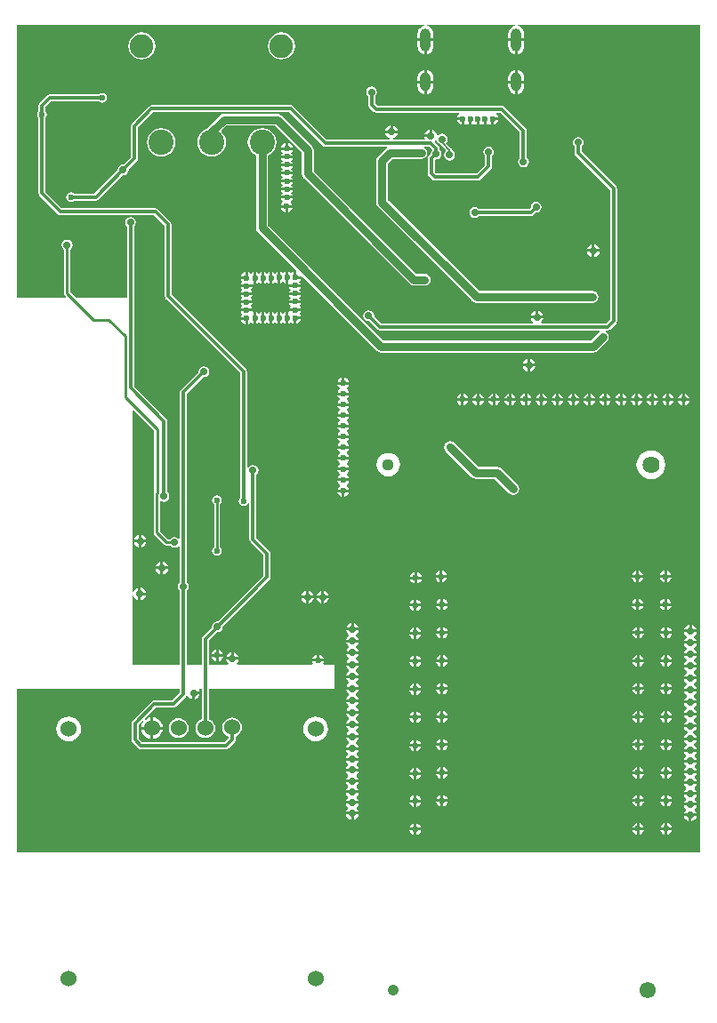
<source format=gbl>
G04 Layer_Physical_Order=2*
G04 Layer_Color=16711680*
%FSLAX25Y25*%
%MOIN*%
G70*
G01*
G75*
%ADD39C,0.01000*%
%ADD40C,0.01181*%
%ADD41C,0.01378*%
%ADD42C,0.03150*%
%ADD43C,0.00591*%
%ADD48O,0.03937X0.07087*%
%ADD49O,0.03937X0.08661*%
%ADD50C,0.06102*%
%ADD51C,0.04134*%
%ADD52C,0.06000*%
%ADD53C,0.09449*%
%ADD54C,0.08858*%
%ADD55C,0.06402*%
%ADD56C,0.04402*%
%ADD57C,0.02362*%
%ADD58C,0.02756*%
G36*
X152568Y393701D02*
X152601Y393201D01*
X152248Y393154D01*
X151526Y392855D01*
X150906Y392379D01*
X150430Y391759D01*
X150131Y391037D01*
X150029Y390262D01*
Y388400D01*
X153023D01*
X156017D01*
Y390262D01*
X155915Y391037D01*
X155616Y391759D01*
X155140Y392379D01*
X154520Y392855D01*
X153798Y393154D01*
X153445Y393201D01*
X153478Y393701D01*
X186585Y393701D01*
X186617Y393201D01*
X186264Y393154D01*
X185542Y392855D01*
X184922Y392379D01*
X184446Y391759D01*
X184147Y391037D01*
X184045Y390262D01*
Y388400D01*
X187039D01*
X190033D01*
Y390262D01*
X189931Y391037D01*
X189632Y391759D01*
X189156Y392379D01*
X188536Y392855D01*
X187814Y393154D01*
X187461Y393201D01*
X187494Y393701D01*
X256000Y393701D01*
X256000Y83300D01*
X35Y83300D01*
X35Y144600D01*
X60915D01*
Y143153D01*
X57997Y140235D01*
X51400D01*
X50889Y140133D01*
X50456Y139844D01*
X43156Y132544D01*
X42867Y132111D01*
X42765Y131600D01*
Y125500D01*
X42867Y124989D01*
X43156Y124556D01*
X45406Y122306D01*
X45839Y122017D01*
X46350Y121915D01*
X78250D01*
X78761Y122017D01*
X79194Y122306D01*
X81523Y124635D01*
X81812Y125068D01*
X81914Y125579D01*
Y126713D01*
X82405Y126916D01*
X83161Y127497D01*
X83741Y128253D01*
X84106Y129133D01*
X84230Y130078D01*
X84106Y131023D01*
X83741Y131904D01*
X83161Y132660D01*
X82405Y133240D01*
X81524Y133605D01*
X80579Y133730D01*
X79634Y133605D01*
X78754Y133240D01*
X77997Y132660D01*
X77417Y131904D01*
X77052Y131023D01*
X76928Y130078D01*
X77052Y129133D01*
X77417Y128253D01*
X77997Y127497D01*
X78754Y126916D01*
X79245Y126713D01*
Y126132D01*
X77697Y124585D01*
X46903D01*
X45435Y126053D01*
Y131047D01*
X47063Y132676D01*
X47440Y132345D01*
X47085Y131883D01*
X46682Y130910D01*
X46610Y130366D01*
X50079D01*
Y133834D01*
X49535Y133763D01*
X48562Y133360D01*
X48099Y133005D01*
X47769Y133382D01*
X51953Y137565D01*
X58550D01*
X59061Y137667D01*
X59494Y137956D01*
X63194Y141656D01*
X63388Y141947D01*
X63495Y141975D01*
X63874Y141969D01*
X63944Y141947D01*
X64386Y141286D01*
X65172Y140760D01*
X65600Y140675D01*
Y143000D01*
X66100D01*
Y143500D01*
X68425D01*
X68340Y143928D01*
X68186Y144159D01*
X68421Y144600D01*
X69244D01*
Y133231D01*
X68753Y133028D01*
X67997Y132448D01*
X67417Y131691D01*
X67052Y130811D01*
X66928Y129866D01*
X67052Y128921D01*
X67417Y128040D01*
X67997Y127284D01*
X68753Y126704D01*
X69634Y126339D01*
X70579Y126215D01*
X71524Y126339D01*
X72405Y126704D01*
X73161Y127284D01*
X73741Y128040D01*
X74106Y128921D01*
X74230Y129866D01*
X74106Y130811D01*
X73741Y131691D01*
X73161Y132448D01*
X72405Y133028D01*
X71914Y133231D01*
Y144600D01*
X118800D01*
X118800Y153600D01*
X114889D01*
X114621Y154100D01*
X114855Y154449D01*
X114924Y154800D01*
X110676D01*
X110746Y154449D01*
X110979Y154100D01*
X110711Y153600D01*
X82438D01*
X82286Y154100D01*
X82414Y154186D01*
X82940Y154972D01*
X83025Y155400D01*
X78375D01*
X78460Y154972D01*
X78986Y154186D01*
X79114Y154100D01*
X78962Y153600D01*
X71914D01*
Y162776D01*
X74917Y165779D01*
X75000Y165763D01*
X75780Y165918D01*
X76440Y166360D01*
X76882Y167020D01*
X77037Y167800D01*
X77021Y167883D01*
X94694Y185556D01*
X94983Y185989D01*
X95085Y186500D01*
Y195250D01*
X94983Y195761D01*
X94694Y196194D01*
X89735Y201153D01*
Y224989D01*
X89840Y225060D01*
X90282Y225720D01*
X90437Y226500D01*
X90282Y227280D01*
X89840Y227940D01*
X89180Y228382D01*
X88400Y228537D01*
X87620Y228382D01*
X86960Y227940D01*
X86655Y227485D01*
X86155Y227637D01*
Y263579D01*
X86061Y264052D01*
X85794Y264452D01*
X57834Y292411D01*
Y318800D01*
X57740Y319272D01*
X57473Y319673D01*
X52773Y324373D01*
X52372Y324640D01*
X51900Y324734D01*
X16711D01*
X10534Y330911D01*
Y358573D01*
X10599Y358616D01*
X10997Y359211D01*
X11136Y359914D01*
X10997Y360617D01*
X10599Y361213D01*
X10534Y361256D01*
Y362789D01*
X12711Y364966D01*
X30559D01*
X30602Y364901D01*
X31197Y364503D01*
X31900Y364364D01*
X32603Y364503D01*
X33198Y364901D01*
X33597Y365497D01*
X33736Y366200D01*
X33597Y366903D01*
X33198Y367498D01*
X32603Y367897D01*
X31900Y368036D01*
X31197Y367897D01*
X30602Y367498D01*
X30559Y367434D01*
X12200D01*
X11728Y367340D01*
X11327Y367073D01*
X8427Y364173D01*
X8160Y363772D01*
X8066Y363300D01*
Y361256D01*
X8002Y361213D01*
X7603Y360617D01*
X7464Y359914D01*
X7603Y359211D01*
X8002Y358616D01*
X8066Y358573D01*
Y330400D01*
X8160Y329928D01*
X8427Y329527D01*
X15327Y322627D01*
X15728Y322360D01*
X16200Y322266D01*
X51389D01*
X55366Y318289D01*
Y291900D01*
X55460Y291428D01*
X55727Y291027D01*
X83687Y263068D01*
Y216321D01*
X83622Y216278D01*
X83224Y215682D01*
X83084Y214979D01*
X83224Y214276D01*
X83622Y213681D01*
X84218Y213282D01*
X84921Y213143D01*
X85624Y213282D01*
X86219Y213681D01*
X86565Y214198D01*
X86906Y214173D01*
X87065Y214115D01*
Y200600D01*
X87167Y200089D01*
X87456Y199656D01*
X92415Y194697D01*
Y187053D01*
X75166Y169804D01*
X75000Y169837D01*
X74220Y169682D01*
X73560Y169240D01*
X73118Y168580D01*
X72963Y167800D01*
X72996Y167633D01*
X69635Y164273D01*
X69346Y163840D01*
X69244Y163329D01*
Y153600D01*
X63585D01*
Y181489D01*
X63690Y181560D01*
X64132Y182220D01*
X64287Y183000D01*
X64132Y183780D01*
X63690Y184440D01*
X63585Y184511D01*
Y255197D01*
X69875Y261488D01*
X70000Y261463D01*
X70780Y261618D01*
X71440Y262060D01*
X71882Y262720D01*
X72037Y263500D01*
X71882Y264280D01*
X71440Y264940D01*
X70780Y265382D01*
X70000Y265537D01*
X69220Y265382D01*
X68560Y264940D01*
X68118Y264280D01*
X67963Y263500D01*
X67988Y263375D01*
X61306Y256694D01*
X61017Y256261D01*
X60915Y255750D01*
Y201130D01*
X60556Y200986D01*
X60415Y200957D01*
X59780Y201382D01*
X59000Y201537D01*
X58220Y201382D01*
X57560Y200940D01*
X57360Y200642D01*
X56473D01*
X53514Y203601D01*
Y214739D01*
X54014Y215006D01*
X54220Y214868D01*
X55000Y214713D01*
X55780Y214868D01*
X56440Y215310D01*
X56882Y215970D01*
X57037Y216750D01*
X56882Y217530D01*
X56440Y218190D01*
X56335Y218261D01*
Y245000D01*
X56233Y245511D01*
X55944Y245944D01*
X43835Y258053D01*
Y317989D01*
X43940Y318060D01*
X44382Y318720D01*
X44537Y319500D01*
X44382Y320280D01*
X43940Y320940D01*
X43280Y321382D01*
X42500Y321537D01*
X41720Y321382D01*
X41060Y320940D01*
X40618Y320280D01*
X40463Y319500D01*
X40618Y318720D01*
X41060Y318060D01*
X41165Y317989D01*
Y291300D01*
X22065D01*
X19892Y293473D01*
Y309360D01*
X20190Y309560D01*
X20632Y310220D01*
X20787Y311000D01*
X20632Y311780D01*
X20190Y312440D01*
X19530Y312882D01*
X18750Y313037D01*
X17970Y312882D01*
X17310Y312440D01*
X16868Y311780D01*
X16713Y311000D01*
X16868Y310220D01*
X17310Y309560D01*
X17608Y309360D01*
Y293000D01*
X17695Y292563D01*
X17943Y292193D01*
X18373Y291762D01*
X18182Y291300D01*
X0D01*
Y393701D01*
X152568Y393701D01*
D02*
G37*
G36*
X51358Y241277D02*
Y218337D01*
X51317Y218275D01*
X51230Y217839D01*
Y203128D01*
X51317Y202691D01*
X51565Y202321D01*
X55193Y198693D01*
X55563Y198445D01*
X56000Y198358D01*
X57360D01*
X57560Y198060D01*
X58220Y197618D01*
X59000Y197463D01*
X59780Y197618D01*
X60415Y198043D01*
X60556Y198014D01*
X60915Y197870D01*
Y184511D01*
X60810Y184440D01*
X60368Y183780D01*
X60213Y183000D01*
X60368Y182220D01*
X60810Y181560D01*
X60915Y181489D01*
Y153600D01*
X43100D01*
Y179525D01*
X43600Y179574D01*
X43660Y179272D01*
X44186Y178486D01*
X44972Y177960D01*
X45400Y177875D01*
Y180200D01*
Y182525D01*
X44972Y182440D01*
X44186Y181914D01*
X43660Y181128D01*
X43600Y180826D01*
X43100Y180875D01*
X43100Y248882D01*
X43562Y249073D01*
X51358Y241277D01*
D02*
G37*
%LPC*%
G36*
X156017Y387400D02*
X153523D01*
Y382610D01*
X153798Y382646D01*
X154520Y382945D01*
X155140Y383421D01*
X155616Y384041D01*
X155915Y384763D01*
X156017Y385538D01*
Y387400D01*
D02*
G37*
G36*
X186539D02*
X184045D01*
Y385538D01*
X184147Y384763D01*
X184446Y384041D01*
X184922Y383421D01*
X185542Y382945D01*
X186264Y382646D01*
X186539Y382610D01*
Y387400D01*
D02*
G37*
G36*
X190033D02*
X187539D01*
Y382610D01*
X187814Y382646D01*
X188536Y382945D01*
X189156Y383421D01*
X189632Y384041D01*
X189931Y384763D01*
X190033Y385538D01*
Y387400D01*
D02*
G37*
G36*
X152523D02*
X150029D01*
Y385538D01*
X150131Y384763D01*
X150430Y384041D01*
X150906Y383421D01*
X151526Y382945D01*
X152248Y382646D01*
X152523Y382610D01*
Y387400D01*
D02*
G37*
G36*
X99079Y390778D02*
X97761Y390604D01*
X96532Y390095D01*
X95478Y389286D01*
X94668Y388231D01*
X94160Y387003D01*
X93986Y385685D01*
X94160Y384367D01*
X94668Y383139D01*
X95478Y382084D01*
X96532Y381275D01*
X97761Y380766D01*
X99079Y380592D01*
X100397Y380766D01*
X101625Y381275D01*
X102680Y382084D01*
X103489Y383139D01*
X103998Y384367D01*
X104171Y385685D01*
X103998Y387003D01*
X103489Y388231D01*
X102680Y389286D01*
X101625Y390095D01*
X100397Y390604D01*
X99079Y390778D01*
D02*
G37*
G36*
X46716D02*
X45399Y390604D01*
X44170Y390095D01*
X43115Y389286D01*
X42306Y388231D01*
X41797Y387003D01*
X41624Y385685D01*
X41797Y384367D01*
X42306Y383139D01*
X43115Y382084D01*
X44170Y381275D01*
X45399Y380766D01*
X46716Y380592D01*
X48035Y380766D01*
X49263Y381275D01*
X50318Y382084D01*
X51127Y383139D01*
X51636Y384367D01*
X51809Y385685D01*
X51636Y387003D01*
X51127Y388231D01*
X50318Y389286D01*
X49263Y390095D01*
X48035Y390604D01*
X46716Y390778D01*
D02*
G37*
G36*
X187539Y376655D02*
Y372652D01*
X190033D01*
Y373727D01*
X189931Y374502D01*
X189632Y375224D01*
X189156Y375844D01*
X188536Y376320D01*
X187814Y376619D01*
X187539Y376655D01*
D02*
G37*
G36*
X153523D02*
Y372652D01*
X156017D01*
Y373727D01*
X155915Y374502D01*
X155616Y375224D01*
X155140Y375844D01*
X154520Y376320D01*
X153798Y376619D01*
X153523Y376655D01*
D02*
G37*
G36*
X186539Y376655D02*
X186264Y376619D01*
X185542Y376320D01*
X184922Y375844D01*
X184446Y375224D01*
X184147Y374502D01*
X184045Y373727D01*
Y372652D01*
X186539D01*
Y376655D01*
D02*
G37*
G36*
X152523D02*
X152248Y376619D01*
X151526Y376320D01*
X150906Y375844D01*
X150430Y375224D01*
X150131Y374502D01*
X150029Y373727D01*
Y372652D01*
X152523D01*
Y376655D01*
D02*
G37*
G36*
X190033Y371652D02*
X187539D01*
Y367649D01*
X187814Y367685D01*
X188536Y367984D01*
X189156Y368460D01*
X189632Y369080D01*
X189931Y369802D01*
X190033Y370577D01*
Y371652D01*
D02*
G37*
G36*
X156017D02*
X153523D01*
Y367649D01*
X153798Y367685D01*
X154520Y367984D01*
X155140Y368460D01*
X155616Y369080D01*
X155915Y369802D01*
X156017Y370577D01*
Y371652D01*
D02*
G37*
G36*
X186539D02*
X184045D01*
Y370577D01*
X184147Y369802D01*
X184446Y369080D01*
X184922Y368460D01*
X185542Y367984D01*
X186264Y367685D01*
X186539Y367649D01*
Y371652D01*
D02*
G37*
G36*
X152523D02*
X150029D01*
Y370577D01*
X150131Y369802D01*
X150430Y369080D01*
X150906Y368460D01*
X151526Y367984D01*
X152248Y367685D01*
X152523Y367649D01*
Y371652D01*
D02*
G37*
G36*
X180324Y357800D02*
X178700D01*
Y356176D01*
X179051Y356245D01*
X179772Y356728D01*
X180254Y357449D01*
X180324Y357800D01*
D02*
G37*
G36*
X166500D02*
X164876D01*
X164945Y357449D01*
X165427Y356728D01*
X166149Y356245D01*
X166500Y356176D01*
Y357800D01*
D02*
G37*
G36*
X140800Y355725D02*
Y353900D01*
X142625D01*
X142540Y354328D01*
X142014Y355114D01*
X141228Y355640D01*
X140800Y355725D01*
D02*
G37*
G36*
X139800D02*
X139372Y355640D01*
X138586Y355114D01*
X138060Y354328D01*
X137975Y353900D01*
X139800D01*
Y355725D01*
D02*
G37*
G36*
X154500Y354325D02*
X154072Y354240D01*
X153286Y353714D01*
X152760Y352928D01*
X152675Y352500D01*
X154500D01*
Y354325D01*
D02*
G37*
G36*
X101600Y349324D02*
Y347700D01*
X103224D01*
X103155Y348051D01*
X102673Y348773D01*
X101951Y349255D01*
X101600Y349324D01*
D02*
G37*
G36*
X100600D02*
X100249Y349255D01*
X99528Y348773D01*
X99045Y348051D01*
X98976Y347700D01*
X100600D01*
Y349324D01*
D02*
G37*
G36*
X103224Y346700D02*
X98976D01*
X99045Y346349D01*
X99479Y345700D01*
X99045Y345051D01*
X98976Y344700D01*
X103224D01*
X103155Y345051D01*
X102721Y345700D01*
X103155Y346349D01*
X103224Y346700D01*
D02*
G37*
G36*
X54000Y354855D02*
X52605Y354671D01*
X51305Y354133D01*
X50188Y353276D01*
X49332Y352160D01*
X48793Y350860D01*
X48610Y349465D01*
X48793Y348069D01*
X49332Y346769D01*
X50188Y345653D01*
X51305Y344796D01*
X52605Y344258D01*
X54000Y344074D01*
X55395Y344258D01*
X56695Y344796D01*
X57812Y345653D01*
X58668Y346769D01*
X59207Y348069D01*
X59390Y349465D01*
X59207Y350860D01*
X58668Y352160D01*
X57812Y353276D01*
X56695Y354133D01*
X55395Y354671D01*
X54000Y354855D01*
D02*
G37*
G36*
X102600Y363435D02*
X50400D01*
X49889Y363333D01*
X49456Y363044D01*
X43056Y356644D01*
X42767Y356211D01*
X42665Y355700D01*
Y344053D01*
X39875Y341262D01*
X39750Y341287D01*
X38970Y341132D01*
X38310Y340690D01*
X37868Y340030D01*
X37713Y339250D01*
X37738Y339125D01*
X28947Y330335D01*
X21495D01*
X20953Y330697D01*
X20250Y330836D01*
X19547Y330697D01*
X18951Y330298D01*
X18553Y329703D01*
X18414Y329000D01*
X18553Y328297D01*
X18951Y327701D01*
X19547Y327303D01*
X20250Y327164D01*
X20953Y327303D01*
X21495Y327665D01*
X29500D01*
X30011Y327767D01*
X30444Y328056D01*
X39625Y337238D01*
X39750Y337213D01*
X40530Y337368D01*
X41190Y337810D01*
X41632Y338470D01*
X41787Y339250D01*
X41762Y339375D01*
X44944Y342556D01*
X45233Y342989D01*
X45335Y343500D01*
Y355147D01*
X50953Y360765D01*
X102047D01*
X114506Y348306D01*
X114939Y348017D01*
X115450Y347915D01*
X138514D01*
X138666Y347415D01*
X138168Y347082D01*
X135168Y344082D01*
X134683Y343356D01*
X134512Y342500D01*
Y327000D01*
X134683Y326144D01*
X135168Y325418D01*
X170668Y289918D01*
X171394Y289433D01*
X172250Y289262D01*
X215646D01*
X216502Y289433D01*
X217228Y289918D01*
X217713Y290644D01*
X217883Y291500D01*
X217713Y292356D01*
X217228Y293082D01*
X216502Y293567D01*
X215646Y293738D01*
X173177D01*
X138988Y327927D01*
Y341573D01*
X140677Y343262D01*
X151500D01*
X152356Y343432D01*
X153082Y343918D01*
X153568Y344644D01*
X153738Y345500D01*
X153568Y346356D01*
X153082Y347082D01*
X152584Y347415D01*
X152736Y347915D01*
X154447D01*
X155570Y346793D01*
X155560Y346690D01*
X155118Y346030D01*
X154963Y345250D01*
X154988Y345125D01*
X154306Y344444D01*
X154017Y344011D01*
X153915Y343500D01*
Y337750D01*
X154017Y337239D01*
X154306Y336806D01*
X155556Y335556D01*
X155989Y335267D01*
X156500Y335165D01*
X172750D01*
X173261Y335267D01*
X173694Y335556D01*
X177599Y339462D01*
X177889Y339895D01*
X177990Y340406D01*
Y344333D01*
X178096Y344404D01*
X178538Y345065D01*
X178693Y345844D01*
X178538Y346624D01*
X178096Y347285D01*
X177435Y347726D01*
X176656Y347882D01*
X175876Y347726D01*
X175215Y347285D01*
X174774Y346624D01*
X174618Y345844D01*
X174774Y345065D01*
X175215Y344404D01*
X175321Y344333D01*
Y340958D01*
X172197Y337835D01*
X157053D01*
X156585Y338303D01*
Y342876D01*
X156972Y343218D01*
X157000Y343213D01*
X157780Y343368D01*
X158440Y343810D01*
X158882Y344470D01*
X159037Y345250D01*
X158882Y346030D01*
X158440Y346690D01*
X158335Y346761D01*
Y347250D01*
X158233Y347761D01*
X157944Y348194D01*
X156600Y349537D01*
X156641Y350093D01*
X156825Y350235D01*
X157340Y350078D01*
X157368Y349935D01*
X157810Y349274D01*
X158470Y348833D01*
X158576Y348812D01*
X158590Y348790D01*
X160659Y346722D01*
X160610Y346224D01*
X160560Y346190D01*
X160118Y345530D01*
X159963Y344750D01*
X160118Y343970D01*
X160560Y343310D01*
X161220Y342868D01*
X162000Y342713D01*
X162780Y342868D01*
X163440Y343310D01*
X163882Y343970D01*
X164037Y344750D01*
X163882Y345530D01*
X163440Y346190D01*
X162933Y346529D01*
Y346700D01*
X162862Y347057D01*
X162660Y347360D01*
X160713Y349307D01*
X161132Y349935D01*
X161287Y350715D01*
X161132Y351494D01*
X160690Y352155D01*
X160030Y352597D01*
X159250Y352752D01*
X158470Y352597D01*
X157893Y352210D01*
X157541Y352280D01*
X157351Y352369D01*
X157240Y352928D01*
X156714Y353714D01*
X155928Y354240D01*
X155500Y354325D01*
Y352000D01*
X155000D01*
Y351500D01*
X152675D01*
X152758Y351085D01*
X152773Y350994D01*
X152484Y350585D01*
X140898D01*
X140849Y351085D01*
X141228Y351160D01*
X142014Y351686D01*
X142540Y352472D01*
X142625Y352900D01*
X137975D01*
X138060Y352472D01*
X138586Y351686D01*
X139372Y351160D01*
X139751Y351085D01*
X139702Y350585D01*
X116003D01*
X103544Y363044D01*
X103111Y363333D01*
X102600Y363435D01*
D02*
G37*
G36*
X103224Y343700D02*
X98976D01*
X99045Y343349D01*
X99479Y342700D01*
X99045Y342051D01*
X98976Y341700D01*
X103224D01*
X103155Y342051D01*
X102721Y342700D01*
X103155Y343349D01*
X103224Y343700D01*
D02*
G37*
G36*
X132864Y370401D02*
X132085Y370246D01*
X131424Y369805D01*
X130982Y369144D01*
X130827Y368364D01*
X130982Y367585D01*
X131424Y366924D01*
X131530Y366853D01*
Y363636D01*
X131631Y363125D01*
X131921Y362692D01*
X133556Y361056D01*
X133989Y360767D01*
X134500Y360665D01*
X165714D01*
X165866Y360165D01*
X165427Y359873D01*
X164945Y359151D01*
X164876Y358800D01*
X167000D01*
Y358300D01*
X167500D01*
Y356176D01*
X167851Y356245D01*
X168400Y356612D01*
X168949Y356245D01*
X169300Y356176D01*
Y358300D01*
X170300D01*
Y356176D01*
X170651Y356245D01*
X171200Y356612D01*
X171749Y356245D01*
X172100Y356176D01*
Y358300D01*
X173100D01*
Y356176D01*
X173451Y356245D01*
X174000Y356612D01*
X174549Y356245D01*
X174900Y356176D01*
Y358300D01*
X175900D01*
Y356176D01*
X176251Y356245D01*
X176800Y356612D01*
X177349Y356245D01*
X177700Y356176D01*
Y358300D01*
X178200D01*
Y358800D01*
X180324D01*
X180254Y359151D01*
X179772Y359873D01*
X179334Y360165D01*
X179486Y360665D01*
X181197D01*
X188415Y353447D01*
Y343761D01*
X188310Y343690D01*
X187868Y343030D01*
X187713Y342250D01*
X187868Y341470D01*
X188310Y340810D01*
X188970Y340368D01*
X189750Y340213D01*
X190530Y340368D01*
X191190Y340810D01*
X191632Y341470D01*
X191787Y342250D01*
X191632Y343030D01*
X191190Y343690D01*
X191085Y343761D01*
Y354000D01*
X190983Y354511D01*
X190694Y354944D01*
X182694Y362944D01*
X182261Y363233D01*
X181750Y363335D01*
X135053D01*
X134199Y364189D01*
Y366853D01*
X134305Y366924D01*
X134746Y367585D01*
X134901Y368364D01*
X134746Y369144D01*
X134305Y369805D01*
X133644Y370246D01*
X132864Y370401D01*
D02*
G37*
G36*
X103224Y340700D02*
X98976D01*
X99045Y340349D01*
X99512Y339650D01*
X99045Y338951D01*
X98976Y338600D01*
X103224D01*
X103155Y338951D01*
X102688Y339650D01*
X103155Y340349D01*
X103224Y340700D01*
D02*
G37*
G36*
Y337600D02*
X98976D01*
X99045Y337249D01*
X99512Y336550D01*
X99045Y335851D01*
X98976Y335500D01*
X103224D01*
X103155Y335851D01*
X102688Y336550D01*
X103155Y337249D01*
X103224Y337600D01*
D02*
G37*
G36*
Y334500D02*
X98976D01*
X99045Y334149D01*
X99479Y333500D01*
X99045Y332851D01*
X98976Y332500D01*
X103224D01*
X103155Y332851D01*
X102721Y333500D01*
X103155Y334149D01*
X103224Y334500D01*
D02*
G37*
G36*
Y331500D02*
X98976D01*
X99045Y331149D01*
X99479Y330500D01*
X99045Y329851D01*
X98976Y329500D01*
X103224D01*
X103155Y329851D01*
X102721Y330500D01*
X103155Y331149D01*
X103224Y331500D01*
D02*
G37*
G36*
Y328500D02*
X98976D01*
X99045Y328149D01*
X99528Y327428D01*
X99345Y326948D01*
X98945Y326351D01*
X98876Y326000D01*
X103124D01*
X103054Y326351D01*
X102573Y327073D01*
X102755Y327552D01*
X103155Y328149D01*
X103224Y328500D01*
D02*
G37*
G36*
X194500Y327287D02*
X193720Y327132D01*
X193060Y326690D01*
X192618Y326030D01*
X192463Y325250D01*
X192488Y325125D01*
X191947Y324585D01*
X173011D01*
X172940Y324690D01*
X172280Y325132D01*
X171500Y325287D01*
X170720Y325132D01*
X170060Y324690D01*
X169618Y324030D01*
X169463Y323250D01*
X169618Y322470D01*
X170060Y321810D01*
X170720Y321368D01*
X171500Y321213D01*
X172280Y321368D01*
X172940Y321810D01*
X173011Y321915D01*
X192500D01*
X193011Y322017D01*
X193444Y322306D01*
X194375Y323238D01*
X194500Y323213D01*
X195280Y323368D01*
X195940Y323810D01*
X196382Y324470D01*
X196537Y325250D01*
X196382Y326030D01*
X195940Y326690D01*
X195280Y327132D01*
X194500Y327287D01*
D02*
G37*
G36*
X103124Y325000D02*
X101500D01*
Y323376D01*
X101851Y323445D01*
X102573Y323927D01*
X103054Y324649D01*
X103124Y325000D01*
D02*
G37*
G36*
X100500D02*
X98876D01*
X98945Y324649D01*
X99427Y323927D01*
X100149Y323445D01*
X100500Y323376D01*
Y325000D01*
D02*
G37*
G36*
X216400Y311225D02*
Y309400D01*
X218225D01*
X218140Y309828D01*
X217614Y310614D01*
X216828Y311140D01*
X216400Y311225D01*
D02*
G37*
G36*
X215400D02*
X214972Y311140D01*
X214186Y310614D01*
X213660Y309828D01*
X213575Y309400D01*
X215400D01*
Y311225D01*
D02*
G37*
G36*
X218225Y308400D02*
X216400D01*
Y306575D01*
X216828Y306660D01*
X217614Y307186D01*
X218140Y307972D01*
X218225Y308400D01*
D02*
G37*
G36*
X215400D02*
X213575D01*
X213660Y307972D01*
X214186Y307186D01*
X214972Y306660D01*
X215400Y306575D01*
Y308400D01*
D02*
G37*
G36*
X103600Y300924D02*
X103249Y300855D01*
X102650Y300454D01*
X102051Y300855D01*
X101700Y300924D01*
Y298800D01*
Y296477D01*
X101877Y296300D01*
X106224D01*
X106155Y296651D01*
X105721Y297300D01*
X106155Y297949D01*
X106224Y298300D01*
X104100D01*
Y298800D01*
X103600D01*
Y300924D01*
D02*
G37*
G36*
X100700D02*
X100349Y300855D01*
X99700Y300421D01*
X99051Y300855D01*
X98700Y300924D01*
Y298800D01*
Y296676D01*
X99051Y296745D01*
X99700Y297179D01*
X100349Y296745D01*
X100700Y296676D01*
Y298800D01*
Y300924D01*
D02*
G37*
G36*
X97700D02*
X97349Y300855D01*
X96627Y300373D01*
X96595Y300324D01*
X95951Y300755D01*
X95600Y300824D01*
Y298700D01*
Y296576D01*
X95951Y296645D01*
X96672Y297128D01*
X96705Y297176D01*
X97349Y296745D01*
X97700Y296676D01*
Y298800D01*
Y300924D01*
D02*
G37*
G36*
X94600Y300824D02*
X94249Y300755D01*
X93600Y300321D01*
X92951Y300755D01*
X92600Y300824D01*
Y298700D01*
Y296576D01*
X92951Y296645D01*
X93600Y297079D01*
X94249Y296645D01*
X94600Y296576D01*
Y298700D01*
Y300824D01*
D02*
G37*
G36*
X91600D02*
X91249Y300755D01*
X90600Y300321D01*
X89951Y300755D01*
X89600Y300824D01*
Y298700D01*
Y296576D01*
X89951Y296645D01*
X90600Y297079D01*
X91249Y296645D01*
X91600Y296576D01*
Y298700D01*
Y300824D01*
D02*
G37*
G36*
X88600D02*
X88249Y300755D01*
X87550Y300288D01*
X86851Y300755D01*
X86500Y300824D01*
Y298700D01*
X86000D01*
Y298200D01*
X83876D01*
X83946Y297849D01*
X84412Y297150D01*
X83946Y296451D01*
X83876Y296100D01*
X88124D01*
X88108Y296184D01*
X88516Y296592D01*
X88600Y296576D01*
Y298700D01*
Y300824D01*
D02*
G37*
G36*
X85500D02*
X85149Y300755D01*
X84427Y300272D01*
X83946Y299551D01*
X83876Y299200D01*
X85500D01*
Y300824D01*
D02*
G37*
G36*
X97500Y360238D02*
X77500D01*
X76644Y360068D01*
X75918Y359582D01*
X71315Y354980D01*
X70959Y354446D01*
X70202Y354133D01*
X69086Y353276D01*
X68229Y352160D01*
X67691Y350860D01*
X67507Y349465D01*
X67691Y348069D01*
X68229Y346769D01*
X69086Y345653D01*
X70202Y344796D01*
X71503Y344258D01*
X72898Y344074D01*
X74293Y344258D01*
X75593Y344796D01*
X76709Y345653D01*
X77566Y346769D01*
X78105Y348069D01*
X78288Y349465D01*
X78105Y350860D01*
X77566Y352160D01*
X76709Y353276D01*
X76575Y353379D01*
X76543Y353878D01*
X78427Y355762D01*
X96573D01*
X106762Y345573D01*
Y337750D01*
X106932Y336894D01*
X107418Y336168D01*
X147168Y296418D01*
X147894Y295933D01*
X148750Y295762D01*
X152750D01*
X153606Y295933D01*
X154332Y296418D01*
X154817Y297144D01*
X154988Y298000D01*
X154817Y298856D01*
X154332Y299582D01*
X153606Y300067D01*
X152750Y300238D01*
X149677D01*
X111238Y338677D01*
Y346500D01*
X111067Y347356D01*
X110582Y348082D01*
X99082Y359582D01*
X98356Y360068D01*
X97500Y360238D01*
D02*
G37*
G36*
X106224Y295300D02*
X101976D01*
X102046Y294949D01*
X102479Y294300D01*
X102046Y293651D01*
X101976Y293300D01*
X106224D01*
X106155Y293651D01*
X105721Y294300D01*
X106155Y294949D01*
X106224Y295300D01*
D02*
G37*
G36*
X88124Y295100D02*
X83876D01*
X83946Y294749D01*
X84379Y294100D01*
X83946Y293451D01*
X83876Y293100D01*
X88124D01*
X88055Y293451D01*
X87621Y294100D01*
X88055Y294749D01*
X88124Y295100D01*
D02*
G37*
G36*
X106224Y292300D02*
X101976D01*
X102046Y291949D01*
X102479Y291300D01*
X102046Y290651D01*
X101976Y290300D01*
X106224D01*
X106155Y290651D01*
X105721Y291300D01*
X106155Y291949D01*
X106224Y292300D01*
D02*
G37*
G36*
X88124Y292100D02*
X83876D01*
X83946Y291749D01*
X84379Y291100D01*
X83946Y290451D01*
X83876Y290100D01*
X88124D01*
X88055Y290451D01*
X87621Y291100D01*
X88055Y291749D01*
X88124Y292100D01*
D02*
G37*
G36*
X106224Y289300D02*
X101976D01*
X102046Y288949D01*
X102527Y288228D01*
X102576Y288195D01*
X102146Y287551D01*
X102076Y287200D01*
X106324D01*
X106254Y287551D01*
X105772Y288273D01*
X105724Y288305D01*
X106155Y288949D01*
X106224Y289300D01*
D02*
G37*
G36*
X88124Y289100D02*
X83876D01*
X83946Y288749D01*
X84379Y288100D01*
X83946Y287451D01*
X83876Y287100D01*
X88124D01*
X88055Y287451D01*
X87621Y288100D01*
X88055Y288749D01*
X88124Y289100D01*
D02*
G37*
G36*
X100700Y285824D02*
X100349Y285755D01*
X99700Y285321D01*
X99051Y285755D01*
X98700Y285824D01*
Y283700D01*
Y281576D01*
X99051Y281645D01*
X99700Y282079D01*
X100349Y281645D01*
X100700Y281576D01*
Y283700D01*
Y285824D01*
D02*
G37*
G36*
X97700D02*
X97349Y285755D01*
X96700Y285321D01*
X96051Y285755D01*
X95700Y285824D01*
Y283700D01*
Y281576D01*
X96051Y281645D01*
X96700Y282079D01*
X97349Y281645D01*
X97700Y281576D01*
Y283700D01*
Y285824D01*
D02*
G37*
G36*
X94700D02*
X94349Y285755D01*
X93700Y285321D01*
X93051Y285755D01*
X92700Y285824D01*
Y283700D01*
Y281576D01*
X93051Y281645D01*
X93700Y282079D01*
X94349Y281645D01*
X94700Y281576D01*
Y283700D01*
Y285824D01*
D02*
G37*
G36*
X91700D02*
X91349Y285755D01*
X90700Y285321D01*
X90051Y285755D01*
X89700Y285824D01*
Y283700D01*
Y281576D01*
X90051Y281645D01*
X90700Y282079D01*
X91349Y281645D01*
X91700Y281576D01*
Y283700D01*
Y285824D01*
D02*
G37*
G36*
X195300Y286325D02*
Y284500D01*
X197125D01*
X197040Y284928D01*
X196514Y285714D01*
X195728Y286240D01*
X195300Y286325D01*
D02*
G37*
G36*
X194300D02*
X193872Y286240D01*
X193086Y285714D01*
X192560Y284928D01*
X192475Y284500D01*
X194300D01*
Y286325D01*
D02*
G37*
G36*
X106324Y283200D02*
X104700D01*
Y281576D01*
X105051Y281645D01*
X105772Y282127D01*
X106254Y282849D01*
X106324Y283200D01*
D02*
G37*
G36*
Y286200D02*
X102001D01*
X101700Y285899D01*
Y283700D01*
Y281576D01*
X102051Y281645D01*
X102700Y282079D01*
X103349Y281645D01*
X103700Y281576D01*
Y283700D01*
X104200D01*
Y284200D01*
X106324D01*
X106254Y284551D01*
X105821Y285200D01*
X106254Y285849D01*
X106324Y286200D01*
D02*
G37*
G36*
X88220Y286100D02*
X83876D01*
X83946Y285749D01*
X84412Y285050D01*
X83946Y284351D01*
X83876Y284000D01*
X86000D01*
Y283500D01*
X86500D01*
Y281376D01*
X86851Y281445D01*
X87572Y281927D01*
X87682Y282091D01*
X88349Y281645D01*
X88700Y281576D01*
Y283700D01*
Y285824D01*
X88574Y285799D01*
X88220Y286100D01*
D02*
G37*
G36*
X85500Y283000D02*
X83876D01*
X83946Y282649D01*
X84427Y281927D01*
X85149Y281445D01*
X85500Y281376D01*
Y283000D01*
D02*
G37*
G36*
X91795Y354855D02*
X90400Y354671D01*
X89100Y354133D01*
X87984Y353276D01*
X87127Y352160D01*
X86588Y350860D01*
X86405Y349465D01*
X86588Y348069D01*
X87127Y346769D01*
X87984Y345653D01*
X89100Y344796D01*
X89557Y344607D01*
Y317455D01*
X89728Y316598D01*
X90213Y315872D01*
X104664Y301421D01*
X104600Y301302D01*
Y299300D01*
X106602D01*
X106721Y299364D01*
X134768Y271318D01*
X135494Y270832D01*
X136350Y270662D01*
X215900D01*
X216756Y270832D01*
X217482Y271318D01*
X221082Y274918D01*
X221568Y275644D01*
X221738Y276500D01*
X221568Y277356D01*
X221082Y278082D01*
X220509Y278465D01*
X220661Y278965D01*
X221200D01*
X221711Y279067D01*
X222144Y279356D01*
X224444Y281656D01*
X224733Y282089D01*
X224835Y282600D01*
Y332200D01*
X224733Y332711D01*
X224444Y333144D01*
X211585Y346003D01*
Y347989D01*
X211690Y348060D01*
X212132Y348720D01*
X212287Y349500D01*
X212132Y350280D01*
X211690Y350940D01*
X211030Y351382D01*
X210250Y351537D01*
X209470Y351382D01*
X208810Y350940D01*
X208368Y350280D01*
X208213Y349500D01*
X208368Y348720D01*
X208810Y348060D01*
X208915Y347989D01*
Y345450D01*
X209017Y344939D01*
X209306Y344506D01*
X222165Y331647D01*
Y283153D01*
X220647Y281635D01*
X196440D01*
X196289Y282135D01*
X196514Y282286D01*
X197040Y283072D01*
X197125Y283500D01*
X192475D01*
X192560Y283072D01*
X193086Y282286D01*
X193312Y282135D01*
X193160Y281635D01*
X136503D01*
X133762Y284375D01*
X133787Y284500D01*
X133632Y285280D01*
X133190Y285940D01*
X132530Y286382D01*
X131750Y286537D01*
X130970Y286382D01*
X130310Y285940D01*
X129868Y285280D01*
X129713Y284500D01*
X129868Y283720D01*
X130310Y283060D01*
X130970Y282618D01*
X131750Y282463D01*
X131875Y282488D01*
X135006Y279356D01*
X135439Y279067D01*
X135950Y278965D01*
X218339D01*
X218491Y278465D01*
X217918Y278082D01*
X214973Y275138D01*
X137277D01*
X94033Y318382D01*
Y344607D01*
X94490Y344796D01*
X95607Y345653D01*
X96464Y346769D01*
X97002Y348069D01*
X97186Y349465D01*
X97002Y350860D01*
X96464Y352160D01*
X95607Y353276D01*
X94490Y354133D01*
X93190Y354671D01*
X91795Y354855D01*
D02*
G37*
G36*
X192300Y268225D02*
Y266400D01*
X194125D01*
X194040Y266828D01*
X193514Y267614D01*
X192728Y268140D01*
X192300Y268225D01*
D02*
G37*
G36*
X191300D02*
X190872Y268140D01*
X190086Y267614D01*
X189560Y266828D01*
X189475Y266400D01*
X191300D01*
Y268225D01*
D02*
G37*
G36*
X194125Y265400D02*
X192300D01*
Y263575D01*
X192728Y263660D01*
X193514Y264186D01*
X194040Y264972D01*
X194125Y265400D01*
D02*
G37*
G36*
X191300D02*
X189475D01*
X189560Y264972D01*
X190086Y264186D01*
X190872Y263660D01*
X191300Y263575D01*
Y265400D01*
D02*
G37*
G36*
X122700Y261324D02*
Y259700D01*
X124324D01*
X124255Y260051D01*
X123773Y260772D01*
X123051Y261255D01*
X122700Y261324D01*
D02*
G37*
G36*
X121700D02*
X121349Y261255D01*
X120627Y260772D01*
X120145Y260051D01*
X120076Y259700D01*
X121700D01*
Y261324D01*
D02*
G37*
G36*
X124324Y258700D02*
X120076D01*
X120145Y258349D01*
X120627Y257628D01*
X120893Y257450D01*
Y256950D01*
X120627Y256772D01*
X120145Y256051D01*
X120076Y255700D01*
X124324D01*
X124255Y256051D01*
X123773Y256772D01*
X123507Y256950D01*
Y257450D01*
X123773Y257628D01*
X124255Y258349D01*
X124324Y258700D01*
D02*
G37*
G36*
X250300Y255224D02*
Y253600D01*
X251924D01*
X251855Y253951D01*
X251373Y254673D01*
X250651Y255155D01*
X250300Y255224D01*
D02*
G37*
G36*
X249300D02*
X248949Y255155D01*
X248228Y254673D01*
X247745Y253951D01*
X247676Y253600D01*
X249300D01*
Y255224D01*
D02*
G37*
G36*
X244400D02*
Y253600D01*
X246024D01*
X245955Y253951D01*
X245473Y254673D01*
X244751Y255155D01*
X244400Y255224D01*
D02*
G37*
G36*
X243400D02*
X243049Y255155D01*
X242327Y254673D01*
X241845Y253951D01*
X241776Y253600D01*
X243400D01*
Y255224D01*
D02*
G37*
G36*
X238500D02*
Y253600D01*
X240124D01*
X240055Y253951D01*
X239573Y254673D01*
X238851Y255155D01*
X238500Y255224D01*
D02*
G37*
G36*
X237500D02*
X237149Y255155D01*
X236427Y254673D01*
X235945Y253951D01*
X235876Y253600D01*
X237500D01*
Y255224D01*
D02*
G37*
G36*
X232700D02*
Y253600D01*
X234324D01*
X234255Y253951D01*
X233772Y254673D01*
X233051Y255155D01*
X232700Y255224D01*
D02*
G37*
G36*
X231700D02*
X231349Y255155D01*
X230627Y254673D01*
X230145Y253951D01*
X230076Y253600D01*
X231700D01*
Y255224D01*
D02*
G37*
G36*
X226800D02*
Y253600D01*
X228424D01*
X228355Y253951D01*
X227872Y254673D01*
X227151Y255155D01*
X226800Y255224D01*
D02*
G37*
G36*
X225800D02*
X225449Y255155D01*
X224728Y254673D01*
X224245Y253951D01*
X224176Y253600D01*
X225800D01*
Y255224D01*
D02*
G37*
G36*
X220800D02*
Y253600D01*
X222424D01*
X222355Y253951D01*
X221872Y254673D01*
X221151Y255155D01*
X220800Y255224D01*
D02*
G37*
G36*
X219800D02*
X219449Y255155D01*
X218727Y254673D01*
X218245Y253951D01*
X218176Y253600D01*
X219800D01*
Y255224D01*
D02*
G37*
G36*
X214900D02*
Y253600D01*
X216524D01*
X216455Y253951D01*
X215972Y254673D01*
X215251Y255155D01*
X214900Y255224D01*
D02*
G37*
G36*
X213900D02*
X213549Y255155D01*
X212827Y254673D01*
X212345Y253951D01*
X212276Y253600D01*
X213900D01*
Y255224D01*
D02*
G37*
G36*
X209000D02*
Y253600D01*
X210624D01*
X210555Y253951D01*
X210072Y254673D01*
X209351Y255155D01*
X209000Y255224D01*
D02*
G37*
G36*
X208000D02*
X207649Y255155D01*
X206927Y254673D01*
X206445Y253951D01*
X206376Y253600D01*
X208000D01*
Y255224D01*
D02*
G37*
G36*
X203000D02*
Y253600D01*
X204624D01*
X204555Y253951D01*
X204072Y254673D01*
X203351Y255155D01*
X203000Y255224D01*
D02*
G37*
G36*
X202000D02*
X201649Y255155D01*
X200927Y254673D01*
X200446Y253951D01*
X200376Y253600D01*
X202000D01*
Y255224D01*
D02*
G37*
G36*
X197000D02*
Y253600D01*
X198624D01*
X198555Y253951D01*
X198073Y254673D01*
X197351Y255155D01*
X197000Y255224D01*
D02*
G37*
G36*
X196000D02*
X195649Y255155D01*
X194928Y254673D01*
X194446Y253951D01*
X194376Y253600D01*
X196000D01*
Y255224D01*
D02*
G37*
G36*
X191100D02*
Y253600D01*
X192724D01*
X192655Y253951D01*
X192173Y254673D01*
X191451Y255155D01*
X191100Y255224D01*
D02*
G37*
G36*
X190100D02*
X189749Y255155D01*
X189028Y254673D01*
X188546Y253951D01*
X188476Y253600D01*
X190100D01*
Y255224D01*
D02*
G37*
G36*
X185200D02*
Y253600D01*
X186824D01*
X186755Y253951D01*
X186273Y254673D01*
X185551Y255155D01*
X185200Y255224D01*
D02*
G37*
G36*
X184200D02*
X183849Y255155D01*
X183127Y254673D01*
X182645Y253951D01*
X182576Y253600D01*
X184200D01*
Y255224D01*
D02*
G37*
G36*
X179200D02*
Y253600D01*
X180824D01*
X180754Y253951D01*
X180272Y254673D01*
X179551Y255155D01*
X179200Y255224D01*
D02*
G37*
G36*
X178200D02*
X177849Y255155D01*
X177128Y254673D01*
X176646Y253951D01*
X176576Y253600D01*
X178200D01*
Y255224D01*
D02*
G37*
G36*
X173300D02*
Y253600D01*
X174924D01*
X174855Y253951D01*
X174372Y254673D01*
X173651Y255155D01*
X173300Y255224D01*
D02*
G37*
G36*
X172300D02*
X171949Y255155D01*
X171228Y254673D01*
X170746Y253951D01*
X170676Y253600D01*
X172300D01*
Y255224D01*
D02*
G37*
G36*
X167400D02*
Y253600D01*
X169024D01*
X168955Y253951D01*
X168473Y254673D01*
X167751Y255155D01*
X167400Y255224D01*
D02*
G37*
G36*
X166400D02*
X166049Y255155D01*
X165328Y254673D01*
X164846Y253951D01*
X164776Y253600D01*
X166400D01*
Y255224D01*
D02*
G37*
G36*
X124324Y254700D02*
X120076D01*
X120145Y254349D01*
X120627Y253627D01*
X120893Y253450D01*
Y252950D01*
X120627Y252772D01*
X120145Y252051D01*
X120076Y251700D01*
X124324D01*
X124255Y252051D01*
X123773Y252772D01*
X123507Y252950D01*
Y253450D01*
X123773Y253627D01*
X124255Y254349D01*
X124324Y254700D01*
D02*
G37*
G36*
X251924Y252600D02*
X250300D01*
Y250976D01*
X250651Y251045D01*
X251373Y251528D01*
X251855Y252249D01*
X251924Y252600D01*
D02*
G37*
G36*
X249300D02*
X247676D01*
X247745Y252249D01*
X248228Y251528D01*
X248949Y251045D01*
X249300Y250976D01*
Y252600D01*
D02*
G37*
G36*
X246024D02*
X244400D01*
Y250976D01*
X244751Y251045D01*
X245473Y251528D01*
X245955Y252249D01*
X246024Y252600D01*
D02*
G37*
G36*
X243400D02*
X241776D01*
X241845Y252249D01*
X242327Y251528D01*
X243049Y251045D01*
X243400Y250976D01*
Y252600D01*
D02*
G37*
G36*
X240124D02*
X238500D01*
Y250976D01*
X238851Y251045D01*
X239573Y251528D01*
X240055Y252249D01*
X240124Y252600D01*
D02*
G37*
G36*
X237500D02*
X235876D01*
X235945Y252249D01*
X236427Y251528D01*
X237149Y251045D01*
X237500Y250976D01*
Y252600D01*
D02*
G37*
G36*
X234324D02*
X232700D01*
Y250976D01*
X233051Y251045D01*
X233772Y251528D01*
X234255Y252249D01*
X234324Y252600D01*
D02*
G37*
G36*
X231700D02*
X230076D01*
X230145Y252249D01*
X230627Y251528D01*
X231349Y251045D01*
X231700Y250976D01*
Y252600D01*
D02*
G37*
G36*
X228424D02*
X226800D01*
Y250976D01*
X227151Y251045D01*
X227872Y251528D01*
X228355Y252249D01*
X228424Y252600D01*
D02*
G37*
G36*
X225800D02*
X224176D01*
X224245Y252249D01*
X224728Y251528D01*
X225449Y251045D01*
X225800Y250976D01*
Y252600D01*
D02*
G37*
G36*
X222424D02*
X220800D01*
Y250976D01*
X221151Y251045D01*
X221872Y251528D01*
X222355Y252249D01*
X222424Y252600D01*
D02*
G37*
G36*
X219800D02*
X218176D01*
X218245Y252249D01*
X218727Y251528D01*
X219449Y251045D01*
X219800Y250976D01*
Y252600D01*
D02*
G37*
G36*
X216524D02*
X214900D01*
Y250976D01*
X215251Y251045D01*
X215972Y251528D01*
X216455Y252249D01*
X216524Y252600D01*
D02*
G37*
G36*
X213900D02*
X212276D01*
X212345Y252249D01*
X212827Y251528D01*
X213549Y251045D01*
X213900Y250976D01*
Y252600D01*
D02*
G37*
G36*
X210624D02*
X209000D01*
Y250976D01*
X209351Y251045D01*
X210072Y251528D01*
X210555Y252249D01*
X210624Y252600D01*
D02*
G37*
G36*
X208000D02*
X206376D01*
X206445Y252249D01*
X206927Y251528D01*
X207649Y251045D01*
X208000Y250976D01*
Y252600D01*
D02*
G37*
G36*
X204624D02*
X203000D01*
Y250976D01*
X203351Y251045D01*
X204072Y251528D01*
X204555Y252249D01*
X204624Y252600D01*
D02*
G37*
G36*
X202000D02*
X200376D01*
X200446Y252249D01*
X200927Y251528D01*
X201649Y251045D01*
X202000Y250976D01*
Y252600D01*
D02*
G37*
G36*
X198624D02*
X197000D01*
Y250976D01*
X197351Y251045D01*
X198073Y251528D01*
X198555Y252249D01*
X198624Y252600D01*
D02*
G37*
G36*
X196000D02*
X194376D01*
X194446Y252249D01*
X194928Y251528D01*
X195649Y251045D01*
X196000Y250976D01*
Y252600D01*
D02*
G37*
G36*
X192724D02*
X191100D01*
Y250976D01*
X191451Y251045D01*
X192173Y251528D01*
X192655Y252249D01*
X192724Y252600D01*
D02*
G37*
G36*
X190100D02*
X188476D01*
X188546Y252249D01*
X189028Y251528D01*
X189749Y251045D01*
X190100Y250976D01*
Y252600D01*
D02*
G37*
G36*
X186824D02*
X185200D01*
Y250976D01*
X185551Y251045D01*
X186273Y251528D01*
X186755Y252249D01*
X186824Y252600D01*
D02*
G37*
G36*
X184200D02*
X182576D01*
X182645Y252249D01*
X183127Y251528D01*
X183849Y251045D01*
X184200Y250976D01*
Y252600D01*
D02*
G37*
G36*
X180824D02*
X179200D01*
Y250976D01*
X179551Y251045D01*
X180272Y251528D01*
X180754Y252249D01*
X180824Y252600D01*
D02*
G37*
G36*
X178200D02*
X176576D01*
X176646Y252249D01*
X177128Y251528D01*
X177849Y251045D01*
X178200Y250976D01*
Y252600D01*
D02*
G37*
G36*
X174924D02*
X173300D01*
Y250976D01*
X173651Y251045D01*
X174372Y251528D01*
X174855Y252249D01*
X174924Y252600D01*
D02*
G37*
G36*
X172300D02*
X170676D01*
X170746Y252249D01*
X171228Y251528D01*
X171949Y251045D01*
X172300Y250976D01*
Y252600D01*
D02*
G37*
G36*
X169024D02*
X167400D01*
Y250976D01*
X167751Y251045D01*
X168473Y251528D01*
X168955Y252249D01*
X169024Y252600D01*
D02*
G37*
G36*
X166400D02*
X164776D01*
X164846Y252249D01*
X165328Y251528D01*
X166049Y251045D01*
X166400Y250976D01*
Y252600D01*
D02*
G37*
G36*
X124324Y250700D02*
X120076D01*
X120145Y250349D01*
X120627Y249627D01*
X120893Y249450D01*
Y248950D01*
X120627Y248773D01*
X120145Y248051D01*
X120076Y247700D01*
X124324D01*
X124255Y248051D01*
X123773Y248773D01*
X123507Y248950D01*
Y249450D01*
X123773Y249627D01*
X124255Y250349D01*
X124324Y250700D01*
D02*
G37*
G36*
Y246700D02*
X120076D01*
X120145Y246349D01*
X120627Y245627D01*
X120893Y245450D01*
Y244950D01*
X120627Y244773D01*
X120145Y244051D01*
X120076Y243700D01*
X124324D01*
X124255Y244051D01*
X123773Y244773D01*
X123507Y244950D01*
Y245450D01*
X123773Y245627D01*
X124255Y246349D01*
X124324Y246700D01*
D02*
G37*
G36*
Y242700D02*
X120076D01*
X120145Y242349D01*
X120627Y241628D01*
X120893Y241450D01*
Y240950D01*
X120627Y240773D01*
X120145Y240051D01*
X120076Y239700D01*
X124324D01*
X124255Y240051D01*
X123773Y240773D01*
X123507Y240950D01*
Y241450D01*
X123773Y241628D01*
X124255Y242349D01*
X124324Y242700D01*
D02*
G37*
G36*
Y238700D02*
X120076D01*
X120145Y238349D01*
X120627Y237628D01*
X120893Y237450D01*
Y236950D01*
X120627Y236772D01*
X120145Y236051D01*
X120076Y235700D01*
X124324D01*
X124255Y236051D01*
X123773Y236772D01*
X123507Y236950D01*
Y237450D01*
X123773Y237628D01*
X124255Y238349D01*
X124324Y238700D01*
D02*
G37*
G36*
Y234700D02*
X120076D01*
X120145Y234349D01*
X120627Y233628D01*
X120968Y233400D01*
Y232900D01*
X120627Y232673D01*
X120145Y231951D01*
X120076Y231600D01*
X124324D01*
X124255Y231951D01*
X123773Y232673D01*
X123432Y232900D01*
Y233400D01*
X123773Y233628D01*
X124255Y234349D01*
X124324Y234700D01*
D02*
G37*
G36*
Y230600D02*
X120076D01*
X120145Y230249D01*
X120627Y229527D01*
X120968Y229300D01*
Y228800D01*
X120627Y228573D01*
X120145Y227851D01*
X120076Y227500D01*
X124324D01*
X124255Y227851D01*
X123773Y228573D01*
X123432Y228800D01*
Y229300D01*
X123773Y229527D01*
X124255Y230249D01*
X124324Y230600D01*
D02*
G37*
G36*
X139075Y233021D02*
X137934Y232870D01*
X136871Y232430D01*
X135958Y231730D01*
X135258Y230817D01*
X134817Y229754D01*
X134667Y228613D01*
X134817Y227472D01*
X135258Y226409D01*
X135958Y225496D01*
X136871Y224796D01*
X137934Y224355D01*
X139075Y224205D01*
X140216Y224355D01*
X141279Y224796D01*
X142192Y225496D01*
X142892Y226409D01*
X143332Y227472D01*
X143482Y228613D01*
X143332Y229754D01*
X142892Y230817D01*
X142192Y231730D01*
X141279Y232430D01*
X140216Y232870D01*
X139075Y233021D01*
D02*
G37*
G36*
X124324Y226500D02*
X120076D01*
X120145Y226149D01*
X120627Y225428D01*
X120968Y225200D01*
Y224700D01*
X120627Y224472D01*
X120145Y223751D01*
X120076Y223400D01*
X124324D01*
X124255Y223751D01*
X123773Y224472D01*
X123432Y224700D01*
Y225200D01*
X123773Y225428D01*
X124255Y226149D01*
X124324Y226500D01*
D02*
G37*
G36*
X237500Y234030D02*
X236098Y233845D01*
X234792Y233304D01*
X233670Y232443D01*
X232809Y231321D01*
X232268Y230015D01*
X232084Y228613D01*
X232268Y227211D01*
X232809Y225905D01*
X233670Y224783D01*
X234792Y223922D01*
X236098Y223381D01*
X237500Y223197D01*
X238902Y223381D01*
X240208Y223922D01*
X241330Y224783D01*
X242191Y225905D01*
X242732Y227211D01*
X242916Y228613D01*
X242732Y230015D01*
X242191Y231321D01*
X241330Y232443D01*
X240208Y233304D01*
X238902Y233845D01*
X237500Y234030D01*
D02*
G37*
G36*
X124324Y222400D02*
X120076D01*
X120145Y222049D01*
X120627Y221327D01*
X120968Y221100D01*
Y220600D01*
X120627Y220373D01*
X120145Y219651D01*
X120076Y219300D01*
X124324D01*
X124255Y219651D01*
X123773Y220373D01*
X123432Y220600D01*
Y221100D01*
X123773Y221327D01*
X124255Y222049D01*
X124324Y222400D01*
D02*
G37*
G36*
X162303Y237435D02*
X161447Y237264D01*
X160721Y236779D01*
X160236Y236053D01*
X160065Y235197D01*
X160236Y234340D01*
X160721Y233614D01*
X170418Y223918D01*
X171144Y223432D01*
X172000Y223262D01*
X179073D01*
X184343Y217992D01*
X185069Y217507D01*
X185925Y217337D01*
X186782Y217507D01*
X187508Y217992D01*
X187993Y218718D01*
X188163Y219575D01*
X187993Y220431D01*
X187508Y221157D01*
X181582Y227082D01*
X180856Y227568D01*
X180000Y227738D01*
X172927D01*
X163886Y236779D01*
X163160Y237264D01*
X162303Y237435D01*
D02*
G37*
G36*
X124324Y218300D02*
X122700D01*
Y216676D01*
X123051Y216745D01*
X123773Y217228D01*
X124255Y217949D01*
X124324Y218300D01*
D02*
G37*
G36*
X121700D02*
X120076D01*
X120145Y217949D01*
X120627Y217228D01*
X121349Y216745D01*
X121700Y216676D01*
Y218300D01*
D02*
G37*
G36*
X74921Y217057D02*
X74218Y216917D01*
X73622Y216519D01*
X73224Y215924D01*
X73084Y215221D01*
X73224Y214518D01*
X73622Y213922D01*
X73779Y213818D01*
Y197717D01*
X73602Y197599D01*
X73203Y197003D01*
X73064Y196300D01*
X73203Y195597D01*
X73602Y195001D01*
X74197Y194603D01*
X74900Y194464D01*
X75603Y194603D01*
X76199Y195001D01*
X76597Y195597D01*
X76736Y196300D01*
X76597Y197003D01*
X76199Y197599D01*
X76063Y197689D01*
Y213818D01*
X76219Y213922D01*
X76617Y214518D01*
X76757Y215221D01*
X76617Y215924D01*
X76219Y216519D01*
X75624Y216917D01*
X74921Y217057D01*
D02*
G37*
G36*
X243500Y188824D02*
Y187200D01*
X245124D01*
X245055Y187551D01*
X244572Y188273D01*
X243851Y188754D01*
X243500Y188824D01*
D02*
G37*
G36*
X242500D02*
X242149Y188754D01*
X241427Y188273D01*
X240945Y187551D01*
X240876Y187200D01*
X242500D01*
Y188824D01*
D02*
G37*
G36*
X233000D02*
Y187200D01*
X234624D01*
X234555Y187551D01*
X234072Y188273D01*
X233351Y188754D01*
X233000Y188824D01*
D02*
G37*
G36*
X232000D02*
X231649Y188754D01*
X230927Y188273D01*
X230445Y187551D01*
X230376Y187200D01*
X232000D01*
Y188824D01*
D02*
G37*
G36*
X159400D02*
Y187200D01*
X161024D01*
X160954Y187551D01*
X160473Y188273D01*
X159751Y188754D01*
X159400Y188824D01*
D02*
G37*
G36*
X158400D02*
X158049Y188754D01*
X157327Y188273D01*
X156845Y187551D01*
X156776Y187200D01*
X158400D01*
Y188824D01*
D02*
G37*
G36*
X149900Y188324D02*
Y186700D01*
X151524D01*
X151454Y187051D01*
X150972Y187773D01*
X150251Y188254D01*
X149900Y188324D01*
D02*
G37*
G36*
X148900D02*
X148549Y188254D01*
X147827Y187773D01*
X147345Y187051D01*
X147276Y186700D01*
X148900D01*
Y188324D01*
D02*
G37*
G36*
X245124Y186200D02*
X243500D01*
Y184576D01*
X243851Y184645D01*
X244572Y185127D01*
X245055Y185849D01*
X245124Y186200D01*
D02*
G37*
G36*
X242500D02*
X240876D01*
X240945Y185849D01*
X241427Y185127D01*
X242149Y184645D01*
X242500Y184576D01*
Y186200D01*
D02*
G37*
G36*
X234624D02*
X233000D01*
Y184576D01*
X233351Y184645D01*
X234072Y185127D01*
X234555Y185849D01*
X234624Y186200D01*
D02*
G37*
G36*
X232000D02*
X230376D01*
X230445Y185849D01*
X230927Y185127D01*
X231649Y184645D01*
X232000Y184576D01*
Y186200D01*
D02*
G37*
G36*
X161024D02*
X159400D01*
Y184576D01*
X159751Y184645D01*
X160473Y185127D01*
X160954Y185849D01*
X161024Y186200D01*
D02*
G37*
G36*
X158400D02*
X156776D01*
X156845Y185849D01*
X157327Y185127D01*
X158049Y184645D01*
X158400Y184576D01*
Y186200D01*
D02*
G37*
G36*
X151524Y185700D02*
X149900D01*
Y184076D01*
X150251Y184145D01*
X150972Y184627D01*
X151454Y185349D01*
X151524Y185700D01*
D02*
G37*
G36*
X148900D02*
X147276D01*
X147345Y185349D01*
X147827Y184627D01*
X148549Y184145D01*
X148900Y184076D01*
Y185700D01*
D02*
G37*
G36*
X115000Y181325D02*
Y179500D01*
X116825D01*
X116740Y179928D01*
X116214Y180714D01*
X115428Y181240D01*
X115000Y181325D01*
D02*
G37*
G36*
X114000D02*
X113572Y181240D01*
X112786Y180714D01*
X112260Y179928D01*
X112175Y179500D01*
X114000D01*
Y181325D01*
D02*
G37*
G36*
X109300D02*
Y179500D01*
X111125D01*
X111040Y179928D01*
X110514Y180714D01*
X109728Y181240D01*
X109300Y181325D01*
D02*
G37*
G36*
X108300D02*
X107872Y181240D01*
X107086Y180714D01*
X106560Y179928D01*
X106475Y179500D01*
X108300D01*
Y181325D01*
D02*
G37*
G36*
X243500Y178324D02*
Y176700D01*
X245124D01*
X245055Y177051D01*
X244572Y177772D01*
X243851Y178254D01*
X243500Y178324D01*
D02*
G37*
G36*
X242500D02*
X242149Y178254D01*
X241427Y177772D01*
X240945Y177051D01*
X240876Y176700D01*
X242500D01*
Y178324D01*
D02*
G37*
G36*
X233000D02*
Y176700D01*
X234624D01*
X234555Y177051D01*
X234072Y177772D01*
X233351Y178254D01*
X233000Y178324D01*
D02*
G37*
G36*
X232000D02*
X231649Y178254D01*
X230927Y177772D01*
X230445Y177051D01*
X230376Y176700D01*
X232000D01*
Y178324D01*
D02*
G37*
G36*
X159700D02*
Y176700D01*
X161324D01*
X161255Y177051D01*
X160773Y177772D01*
X160051Y178254D01*
X159700Y178324D01*
D02*
G37*
G36*
X158700D02*
X158349Y178254D01*
X157627Y177772D01*
X157146Y177051D01*
X157076Y176700D01*
X158700D01*
Y178324D01*
D02*
G37*
G36*
X116825Y178500D02*
X115000D01*
Y176675D01*
X115428Y176760D01*
X116214Y177286D01*
X116740Y178072D01*
X116825Y178500D01*
D02*
G37*
G36*
X114000D02*
X112175D01*
X112260Y178072D01*
X112786Y177286D01*
X113572Y176760D01*
X114000Y176675D01*
Y178500D01*
D02*
G37*
G36*
X111125D02*
X109300D01*
Y176675D01*
X109728Y176760D01*
X110514Y177286D01*
X111040Y178072D01*
X111125Y178500D01*
D02*
G37*
G36*
X108300D02*
X106475D01*
X106560Y178072D01*
X107086Y177286D01*
X107872Y176760D01*
X108300Y176675D01*
Y178500D01*
D02*
G37*
G36*
X149700Y178024D02*
Y176400D01*
X151324D01*
X151254Y176751D01*
X150773Y177472D01*
X150051Y177954D01*
X149700Y178024D01*
D02*
G37*
G36*
X148700D02*
X148349Y177954D01*
X147627Y177472D01*
X147145Y176751D01*
X147076Y176400D01*
X148700D01*
Y178024D01*
D02*
G37*
G36*
X245124Y175700D02*
X243500D01*
Y174076D01*
X243851Y174145D01*
X244572Y174627D01*
X245055Y175349D01*
X245124Y175700D01*
D02*
G37*
G36*
X242500D02*
X240876D01*
X240945Y175349D01*
X241427Y174627D01*
X242149Y174145D01*
X242500Y174076D01*
Y175700D01*
D02*
G37*
G36*
X234624D02*
X233000D01*
Y174076D01*
X233351Y174145D01*
X234072Y174627D01*
X234555Y175349D01*
X234624Y175700D01*
D02*
G37*
G36*
X232000D02*
X230376D01*
X230445Y175349D01*
X230927Y174627D01*
X231649Y174145D01*
X232000Y174076D01*
Y175700D01*
D02*
G37*
G36*
X161324D02*
X159700D01*
Y174076D01*
X160051Y174145D01*
X160773Y174627D01*
X161255Y175349D01*
X161324Y175700D01*
D02*
G37*
G36*
X158700D02*
X157076D01*
X157146Y175349D01*
X157627Y174627D01*
X158349Y174145D01*
X158700Y174076D01*
Y175700D01*
D02*
G37*
G36*
X151324Y175400D02*
X149700D01*
Y173776D01*
X150051Y173846D01*
X150773Y174328D01*
X151254Y175049D01*
X151324Y175400D01*
D02*
G37*
G36*
X148700D02*
X147076D01*
X147145Y175049D01*
X147627Y174328D01*
X148349Y173846D01*
X148700Y173776D01*
Y175400D01*
D02*
G37*
G36*
X126200Y169225D02*
Y167400D01*
X128025D01*
X127940Y167828D01*
X127414Y168614D01*
X126628Y169140D01*
X126200Y169225D01*
D02*
G37*
G36*
X125200D02*
X124772Y169140D01*
X123986Y168614D01*
X123460Y167828D01*
X123375Y167400D01*
X125200D01*
Y169225D01*
D02*
G37*
G36*
X252800Y168625D02*
Y166800D01*
X254625D01*
X254540Y167228D01*
X254014Y168014D01*
X253228Y168540D01*
X252800Y168625D01*
D02*
G37*
G36*
X251800D02*
X251372Y168540D01*
X250586Y168014D01*
X250060Y167228D01*
X249975Y166800D01*
X251800D01*
Y168625D01*
D02*
G37*
G36*
X243700Y167724D02*
Y166100D01*
X245324D01*
X245255Y166451D01*
X244773Y167173D01*
X244051Y167655D01*
X243700Y167724D01*
D02*
G37*
G36*
X242700D02*
X242349Y167655D01*
X241628Y167173D01*
X241145Y166451D01*
X241076Y166100D01*
X242700D01*
Y167724D01*
D02*
G37*
G36*
X233200D02*
Y166100D01*
X234824D01*
X234755Y166451D01*
X234273Y167173D01*
X233551Y167655D01*
X233200Y167724D01*
D02*
G37*
G36*
X232200D02*
X231849Y167655D01*
X231128Y167173D01*
X230645Y166451D01*
X230576Y166100D01*
X232200D01*
Y167724D01*
D02*
G37*
G36*
X159700D02*
Y166100D01*
X161324D01*
X161255Y166451D01*
X160773Y167173D01*
X160051Y167655D01*
X159700Y167724D01*
D02*
G37*
G36*
X158700D02*
X158349Y167655D01*
X157627Y167173D01*
X157146Y166451D01*
X157076Y166100D01*
X158700D01*
Y167724D01*
D02*
G37*
G36*
X149700Y167524D02*
Y165900D01*
X151324D01*
X151254Y166251D01*
X150773Y166972D01*
X150051Y167455D01*
X149700Y167524D01*
D02*
G37*
G36*
X148700D02*
X148349Y167455D01*
X147627Y166972D01*
X147145Y166251D01*
X147076Y165900D01*
X148700D01*
Y167524D01*
D02*
G37*
G36*
X245324Y165100D02*
X243700D01*
Y163476D01*
X244051Y163546D01*
X244773Y164028D01*
X245255Y164749D01*
X245324Y165100D01*
D02*
G37*
G36*
X242700D02*
X241076D01*
X241145Y164749D01*
X241628Y164028D01*
X242349Y163546D01*
X242700Y163476D01*
Y165100D01*
D02*
G37*
G36*
X234824D02*
X233200D01*
Y163476D01*
X233551Y163546D01*
X234273Y164028D01*
X234755Y164749D01*
X234824Y165100D01*
D02*
G37*
G36*
X232200D02*
X230576D01*
X230645Y164749D01*
X231128Y164028D01*
X231849Y163546D01*
X232200Y163476D01*
Y165100D01*
D02*
G37*
G36*
X161324D02*
X159700D01*
Y163476D01*
X160051Y163546D01*
X160773Y164028D01*
X161255Y164749D01*
X161324Y165100D01*
D02*
G37*
G36*
X158700D02*
X157076D01*
X157146Y164749D01*
X157627Y164028D01*
X158349Y163546D01*
X158700Y163476D01*
Y165100D01*
D02*
G37*
G36*
X151324Y164900D02*
X149700D01*
Y163276D01*
X150051Y163346D01*
X150773Y163828D01*
X151254Y164549D01*
X151324Y164900D01*
D02*
G37*
G36*
X148700D02*
X147076D01*
X147145Y164549D01*
X147627Y163828D01*
X148349Y163346D01*
X148700Y163276D01*
Y164900D01*
D02*
G37*
G36*
X128025Y166400D02*
X123375D01*
X123460Y165972D01*
X123986Y165186D01*
X124338Y164950D01*
Y164450D01*
X123986Y164214D01*
X123460Y163428D01*
X123375Y163000D01*
X128025D01*
X127940Y163428D01*
X127414Y164214D01*
X127062Y164450D01*
Y164950D01*
X127414Y165186D01*
X127940Y165972D01*
X128025Y166400D01*
D02*
G37*
G36*
X254625Y165800D02*
X249975D01*
X250060Y165372D01*
X250586Y164586D01*
X250938Y164350D01*
Y163850D01*
X250586Y163614D01*
X250060Y162828D01*
X249975Y162400D01*
X254625D01*
X254540Y162828D01*
X254014Y163614D01*
X253662Y163850D01*
Y164350D01*
X254014Y164586D01*
X254540Y165372D01*
X254625Y165800D01*
D02*
G37*
G36*
X128025Y162000D02*
X123375D01*
X123460Y161572D01*
X123986Y160786D01*
X124338Y160550D01*
Y160050D01*
X123986Y159814D01*
X123460Y159028D01*
X123375Y158600D01*
X128025D01*
X127940Y159028D01*
X127414Y159814D01*
X127062Y160050D01*
Y160550D01*
X127414Y160786D01*
X127940Y161572D01*
X128025Y162000D01*
D02*
G37*
G36*
X254625Y161400D02*
X249975D01*
X250060Y160972D01*
X250586Y160186D01*
X250938Y159950D01*
Y159450D01*
X250586Y159214D01*
X250060Y158428D01*
X249975Y158000D01*
X254625D01*
X254540Y158428D01*
X254014Y159214D01*
X253662Y159450D01*
Y159950D01*
X254014Y160186D01*
X254540Y160972D01*
X254625Y161400D01*
D02*
G37*
G36*
X75500Y159224D02*
Y157600D01*
X77124D01*
X77055Y157951D01*
X76573Y158672D01*
X75851Y159154D01*
X75500Y159224D01*
D02*
G37*
G36*
X74500D02*
X74149Y159154D01*
X73427Y158672D01*
X72945Y157951D01*
X72876Y157600D01*
X74500D01*
Y159224D01*
D02*
G37*
G36*
X81200Y158225D02*
Y156400D01*
X83025D01*
X82940Y156828D01*
X82414Y157614D01*
X81628Y158140D01*
X81200Y158225D01*
D02*
G37*
G36*
X80200D02*
X79772Y158140D01*
X78986Y157614D01*
X78460Y156828D01*
X78375Y156400D01*
X80200D01*
Y158225D01*
D02*
G37*
G36*
X113300Y157424D02*
Y155800D01*
X114924D01*
X114855Y156151D01*
X114373Y156872D01*
X113651Y157354D01*
X113300Y157424D01*
D02*
G37*
G36*
X112300D02*
X111949Y157354D01*
X111228Y156872D01*
X110746Y156151D01*
X110676Y155800D01*
X112300D01*
Y157424D01*
D02*
G37*
G36*
X243700Y157224D02*
Y155600D01*
X245324D01*
X245255Y155951D01*
X244773Y156673D01*
X244051Y157155D01*
X243700Y157224D01*
D02*
G37*
G36*
X242700D02*
X242349Y157155D01*
X241628Y156673D01*
X241145Y155951D01*
X241076Y155600D01*
X242700D01*
Y157224D01*
D02*
G37*
G36*
X233200D02*
Y155600D01*
X234824D01*
X234755Y155951D01*
X234273Y156673D01*
X233551Y157155D01*
X233200Y157224D01*
D02*
G37*
G36*
X232200D02*
X231849Y157155D01*
X231128Y156673D01*
X230645Y155951D01*
X230576Y155600D01*
X232200D01*
Y157224D01*
D02*
G37*
G36*
X159700D02*
Y155600D01*
X161324D01*
X161255Y155951D01*
X160773Y156673D01*
X160051Y157155D01*
X159700Y157224D01*
D02*
G37*
G36*
X158700D02*
X158349Y157155D01*
X157627Y156673D01*
X157146Y155951D01*
X157076Y155600D01*
X158700D01*
Y157224D01*
D02*
G37*
G36*
X149700Y157024D02*
Y155400D01*
X151324D01*
X151254Y155751D01*
X150773Y156473D01*
X150051Y156955D01*
X149700Y157024D01*
D02*
G37*
G36*
X148700D02*
X148349Y156955D01*
X147627Y156473D01*
X147145Y155751D01*
X147076Y155400D01*
X148700D01*
Y157024D01*
D02*
G37*
G36*
X77124Y156600D02*
X75500D01*
Y154976D01*
X75851Y155045D01*
X76573Y155527D01*
X77055Y156249D01*
X77124Y156600D01*
D02*
G37*
G36*
X74500D02*
X72876D01*
X72945Y156249D01*
X73427Y155527D01*
X74149Y155045D01*
X74500Y154976D01*
Y156600D01*
D02*
G37*
G36*
X128025Y157600D02*
X123375D01*
X123460Y157172D01*
X123986Y156386D01*
X124338Y156150D01*
Y155650D01*
X123986Y155414D01*
X123460Y154628D01*
X123375Y154200D01*
X128025D01*
X127940Y154628D01*
X127414Y155414D01*
X127062Y155650D01*
Y156150D01*
X127414Y156386D01*
X127940Y157172D01*
X128025Y157600D01*
D02*
G37*
G36*
X254625Y157000D02*
X249975D01*
X250060Y156572D01*
X250586Y155786D01*
X250938Y155550D01*
Y155050D01*
X250586Y154814D01*
X250060Y154028D01*
X249975Y153600D01*
X254625D01*
X254540Y154028D01*
X254014Y154814D01*
X253662Y155050D01*
Y155550D01*
X254014Y155786D01*
X254540Y156572D01*
X254625Y157000D01*
D02*
G37*
G36*
X245324Y154600D02*
X243700D01*
Y152976D01*
X244051Y153045D01*
X244773Y153527D01*
X245255Y154249D01*
X245324Y154600D01*
D02*
G37*
G36*
X242700D02*
X241076D01*
X241145Y154249D01*
X241628Y153527D01*
X242349Y153045D01*
X242700Y152976D01*
Y154600D01*
D02*
G37*
G36*
X234824D02*
X233200D01*
Y152976D01*
X233551Y153045D01*
X234273Y153527D01*
X234755Y154249D01*
X234824Y154600D01*
D02*
G37*
G36*
X232200D02*
X230576D01*
X230645Y154249D01*
X231128Y153527D01*
X231849Y153045D01*
X232200Y152976D01*
Y154600D01*
D02*
G37*
G36*
X161324D02*
X159700D01*
Y152976D01*
X160051Y153045D01*
X160773Y153527D01*
X161255Y154249D01*
X161324Y154600D01*
D02*
G37*
G36*
X158700D02*
X157076D01*
X157146Y154249D01*
X157627Y153527D01*
X158349Y153045D01*
X158700Y152976D01*
Y154600D01*
D02*
G37*
G36*
X151324Y154400D02*
X149700D01*
Y152776D01*
X150051Y152846D01*
X150773Y153328D01*
X151254Y154049D01*
X151324Y154400D01*
D02*
G37*
G36*
X148700D02*
X147076D01*
X147145Y154049D01*
X147627Y153328D01*
X148349Y152846D01*
X148700Y152776D01*
Y154400D01*
D02*
G37*
G36*
X128025Y153200D02*
X123375D01*
X123460Y152772D01*
X123986Y151986D01*
X124337Y151751D01*
Y151149D01*
X123986Y150914D01*
X123460Y150128D01*
X123375Y149700D01*
X128025D01*
X127940Y150128D01*
X127414Y150914D01*
X127063Y151149D01*
Y151751D01*
X127414Y151986D01*
X127940Y152772D01*
X128025Y153200D01*
D02*
G37*
G36*
X254625Y152600D02*
X249975D01*
X250060Y152172D01*
X250586Y151386D01*
X250937Y151151D01*
Y150549D01*
X250586Y150314D01*
X250060Y149528D01*
X249975Y149100D01*
X254625D01*
X254540Y149528D01*
X254014Y150314D01*
X253663Y150549D01*
Y151151D01*
X254014Y151386D01*
X254540Y152172D01*
X254625Y152600D01*
D02*
G37*
G36*
X128025Y148700D02*
X123375D01*
X123460Y148272D01*
X123986Y147486D01*
X124337Y147251D01*
Y146649D01*
X123986Y146414D01*
X123460Y145628D01*
X123375Y145200D01*
X128025D01*
X127940Y145628D01*
X127414Y146414D01*
X127063Y146649D01*
Y147251D01*
X127414Y147486D01*
X127940Y148272D01*
X128025Y148700D01*
D02*
G37*
G36*
X243700Y146724D02*
Y145100D01*
X245324D01*
X245255Y145451D01*
X244773Y146172D01*
X244051Y146654D01*
X243700Y146724D01*
D02*
G37*
G36*
X242700D02*
X242349Y146654D01*
X241628Y146172D01*
X241145Y145451D01*
X241076Y145100D01*
X242700D01*
Y146724D01*
D02*
G37*
G36*
X233200D02*
Y145100D01*
X234824D01*
X234755Y145451D01*
X234273Y146172D01*
X233551Y146654D01*
X233200Y146724D01*
D02*
G37*
G36*
X232200D02*
X231849Y146654D01*
X231128Y146172D01*
X230645Y145451D01*
X230576Y145100D01*
X232200D01*
Y146724D01*
D02*
G37*
G36*
X159700D02*
Y145100D01*
X161324D01*
X161255Y145451D01*
X160773Y146172D01*
X160051Y146654D01*
X159700Y146724D01*
D02*
G37*
G36*
X158700D02*
X158349Y146654D01*
X157627Y146172D01*
X157146Y145451D01*
X157076Y145100D01*
X158700D01*
Y146724D01*
D02*
G37*
G36*
X149700Y146524D02*
Y144900D01*
X151324D01*
X151254Y145251D01*
X150773Y145973D01*
X150051Y146455D01*
X149700Y146524D01*
D02*
G37*
G36*
X148700D02*
X148349Y146455D01*
X147627Y145973D01*
X147145Y145251D01*
X147076Y144900D01*
X148700D01*
Y146524D01*
D02*
G37*
G36*
X254625Y148100D02*
X249975D01*
X250060Y147672D01*
X250586Y146886D01*
X250937Y146651D01*
Y146049D01*
X250586Y145814D01*
X250060Y145028D01*
X249975Y144600D01*
X254625D01*
X254540Y145028D01*
X254014Y145814D01*
X253663Y146049D01*
Y146651D01*
X254014Y146886D01*
X254540Y147672D01*
X254625Y148100D01*
D02*
G37*
G36*
X245324Y144100D02*
X243700D01*
Y142476D01*
X244051Y142545D01*
X244773Y143027D01*
X245255Y143749D01*
X245324Y144100D01*
D02*
G37*
G36*
X242700D02*
X241076D01*
X241145Y143749D01*
X241628Y143027D01*
X242349Y142545D01*
X242700Y142476D01*
Y144100D01*
D02*
G37*
G36*
X234824D02*
X233200D01*
Y142476D01*
X233551Y142545D01*
X234273Y143027D01*
X234755Y143749D01*
X234824Y144100D01*
D02*
G37*
G36*
X232200D02*
X230576D01*
X230645Y143749D01*
X231128Y143027D01*
X231849Y142545D01*
X232200Y142476D01*
Y144100D01*
D02*
G37*
G36*
X161324D02*
X159700D01*
Y142476D01*
X160051Y142545D01*
X160773Y143027D01*
X161255Y143749D01*
X161324Y144100D01*
D02*
G37*
G36*
X158700D02*
X157076D01*
X157146Y143749D01*
X157627Y143027D01*
X158349Y142545D01*
X158700Y142476D01*
Y144100D01*
D02*
G37*
G36*
X151324Y143900D02*
X149700D01*
Y142276D01*
X150051Y142345D01*
X150773Y142827D01*
X151254Y143549D01*
X151324Y143900D01*
D02*
G37*
G36*
X148700D02*
X147076D01*
X147145Y143549D01*
X147627Y142827D01*
X148349Y142345D01*
X148700Y142276D01*
Y143900D01*
D02*
G37*
G36*
X128025Y144200D02*
X123375D01*
X123460Y143772D01*
X123986Y142986D01*
X124337Y142751D01*
Y142149D01*
X123986Y141914D01*
X123460Y141128D01*
X123375Y140700D01*
X128025D01*
X127940Y141128D01*
X127414Y141914D01*
X127063Y142149D01*
Y142751D01*
X127414Y142986D01*
X127940Y143772D01*
X128025Y144200D01*
D02*
G37*
G36*
X68425Y142500D02*
X66600D01*
Y140675D01*
X67028Y140760D01*
X67814Y141286D01*
X68340Y142072D01*
X68425Y142500D01*
D02*
G37*
G36*
X254625Y143600D02*
X249975D01*
X250060Y143172D01*
X250586Y142386D01*
X250937Y142151D01*
Y141549D01*
X250586Y141314D01*
X250060Y140528D01*
X249975Y140100D01*
X254625D01*
X254540Y140528D01*
X254014Y141314D01*
X253663Y141549D01*
Y142151D01*
X254014Y142386D01*
X254540Y143172D01*
X254625Y143600D01*
D02*
G37*
G36*
X128025Y139700D02*
X123375D01*
X123460Y139272D01*
X123986Y138486D01*
X124337Y138251D01*
Y137649D01*
X123986Y137414D01*
X123460Y136628D01*
X123375Y136200D01*
X128025D01*
X127940Y136628D01*
X127414Y137414D01*
X127063Y137649D01*
Y138251D01*
X127414Y138486D01*
X127940Y139272D01*
X128025Y139700D01*
D02*
G37*
G36*
X254625Y139100D02*
X249975D01*
X250060Y138672D01*
X250586Y137886D01*
X250937Y137651D01*
Y137049D01*
X250586Y136814D01*
X250060Y136028D01*
X249975Y135600D01*
X254625D01*
X254540Y136028D01*
X254014Y136814D01*
X253663Y137049D01*
Y137651D01*
X254014Y137886D01*
X254540Y138672D01*
X254625Y139100D01*
D02*
G37*
G36*
X243700Y136224D02*
Y134600D01*
X245324D01*
X245255Y134951D01*
X244773Y135672D01*
X244051Y136154D01*
X243700Y136224D01*
D02*
G37*
G36*
X242700D02*
X242349Y136154D01*
X241628Y135672D01*
X241145Y134951D01*
X241076Y134600D01*
X242700D01*
Y136224D01*
D02*
G37*
G36*
X233200D02*
Y134600D01*
X234824D01*
X234755Y134951D01*
X234273Y135672D01*
X233551Y136154D01*
X233200Y136224D01*
D02*
G37*
G36*
X232200D02*
X231849Y136154D01*
X231128Y135672D01*
X230645Y134951D01*
X230576Y134600D01*
X232200D01*
Y136224D01*
D02*
G37*
G36*
X159700D02*
Y134600D01*
X161324D01*
X161255Y134951D01*
X160773Y135672D01*
X160051Y136154D01*
X159700Y136224D01*
D02*
G37*
G36*
X158700D02*
X158349Y136154D01*
X157627Y135672D01*
X157146Y134951D01*
X157076Y134600D01*
X158700D01*
Y136224D01*
D02*
G37*
G36*
X149700Y136024D02*
Y134400D01*
X151324D01*
X151254Y134751D01*
X150773Y135473D01*
X150051Y135954D01*
X149700Y136024D01*
D02*
G37*
G36*
X148700D02*
X148349Y135954D01*
X147627Y135473D01*
X147145Y134751D01*
X147076Y134400D01*
X148700D01*
Y136024D01*
D02*
G37*
G36*
X245324Y133600D02*
X243700D01*
Y131976D01*
X244051Y132045D01*
X244773Y132527D01*
X245255Y133249D01*
X245324Y133600D01*
D02*
G37*
G36*
X242700D02*
X241076D01*
X241145Y133249D01*
X241628Y132527D01*
X242349Y132045D01*
X242700Y131976D01*
Y133600D01*
D02*
G37*
G36*
X234824D02*
X233200D01*
Y131976D01*
X233551Y132045D01*
X234273Y132527D01*
X234755Y133249D01*
X234824Y133600D01*
D02*
G37*
G36*
X232200D02*
X230576D01*
X230645Y133249D01*
X231128Y132527D01*
X231849Y132045D01*
X232200Y131976D01*
Y133600D01*
D02*
G37*
G36*
X161324D02*
X159700D01*
Y131976D01*
X160051Y132045D01*
X160773Y132527D01*
X161255Y133249D01*
X161324Y133600D01*
D02*
G37*
G36*
X158700D02*
X157076D01*
X157146Y133249D01*
X157627Y132527D01*
X158349Y132045D01*
X158700Y131976D01*
Y133600D01*
D02*
G37*
G36*
X151324Y133400D02*
X149700D01*
Y131776D01*
X150051Y131845D01*
X150773Y132327D01*
X151254Y133049D01*
X151324Y133400D01*
D02*
G37*
G36*
X148700D02*
X147076D01*
X147145Y133049D01*
X147627Y132327D01*
X148349Y131845D01*
X148700Y131776D01*
Y133400D01*
D02*
G37*
G36*
X128025Y135200D02*
X123375D01*
X123460Y134772D01*
X123986Y133986D01*
X124337Y133751D01*
Y133149D01*
X123986Y132914D01*
X123460Y132128D01*
X123375Y131700D01*
X128025D01*
X127940Y132128D01*
X127414Y132914D01*
X127063Y133149D01*
Y133751D01*
X127414Y133986D01*
X127940Y134772D01*
X128025Y135200D01*
D02*
G37*
G36*
X254625Y134600D02*
X249975D01*
X250060Y134172D01*
X250586Y133386D01*
X250937Y133151D01*
Y132549D01*
X250586Y132314D01*
X250060Y131528D01*
X249975Y131100D01*
X254625D01*
X254540Y131528D01*
X254014Y132314D01*
X253663Y132549D01*
Y133151D01*
X254014Y133386D01*
X254540Y134172D01*
X254625Y134600D01*
D02*
G37*
G36*
X51079Y133834D02*
Y130366D01*
X54548D01*
X54476Y130910D01*
X54073Y131883D01*
X53432Y132719D01*
X52596Y133360D01*
X51623Y133763D01*
X51079Y133834D01*
D02*
G37*
G36*
X128025Y130700D02*
X123375D01*
X123460Y130272D01*
X123986Y129486D01*
X124337Y129251D01*
Y128649D01*
X123986Y128414D01*
X123460Y127628D01*
X123375Y127200D01*
X128025D01*
X127940Y127628D01*
X127414Y128414D01*
X127063Y128649D01*
Y129251D01*
X127414Y129486D01*
X127940Y130272D01*
X128025Y130700D01*
D02*
G37*
G36*
X254625Y130100D02*
X249975D01*
X250060Y129672D01*
X250586Y128886D01*
X251196Y128478D01*
X251198Y128472D01*
Y127928D01*
X251196Y127922D01*
X250586Y127514D01*
X250060Y126728D01*
X249975Y126300D01*
X254625D01*
X254540Y126728D01*
X254014Y127514D01*
X253404Y127922D01*
X253402Y127928D01*
Y128472D01*
X253404Y128478D01*
X254014Y128886D01*
X254540Y129672D01*
X254625Y130100D01*
D02*
G37*
G36*
X60579Y133517D02*
X59634Y133393D01*
X58754Y133028D01*
X57997Y132448D01*
X57417Y131691D01*
X57052Y130811D01*
X56928Y129866D01*
X57052Y128921D01*
X57417Y128040D01*
X57997Y127284D01*
X58754Y126704D01*
X59634Y126339D01*
X60579Y126215D01*
X61524Y126339D01*
X62405Y126704D01*
X63161Y127284D01*
X63741Y128040D01*
X64106Y128921D01*
X64230Y129866D01*
X64106Y130811D01*
X63741Y131691D01*
X63161Y132448D01*
X62405Y133028D01*
X61524Y133393D01*
X60579Y133517D01*
D02*
G37*
G36*
X54548Y129366D02*
X51079D01*
Y125897D01*
X51623Y125969D01*
X52596Y126372D01*
X53432Y127013D01*
X54073Y127848D01*
X54476Y128822D01*
X54548Y129366D01*
D02*
G37*
G36*
X50079D02*
X46610D01*
X46682Y128822D01*
X47085Y127848D01*
X47726Y127013D01*
X48562Y126372D01*
X49535Y125969D01*
X50079Y125897D01*
Y129366D01*
D02*
G37*
G36*
X111839Y134132D02*
X110633Y133973D01*
X109509Y133508D01*
X108544Y132767D01*
X107803Y131802D01*
X107338Y130678D01*
X107179Y129472D01*
X107338Y128266D01*
X107803Y127142D01*
X108544Y126177D01*
X109509Y125436D01*
X110633Y124971D01*
X111839Y124812D01*
X113045Y124971D01*
X114169Y125436D01*
X115134Y126177D01*
X115875Y127142D01*
X116340Y128266D01*
X116499Y129472D01*
X116340Y130678D01*
X115875Y131802D01*
X115134Y132767D01*
X114169Y133508D01*
X113045Y133973D01*
X111839Y134132D01*
D02*
G37*
G36*
X19319D02*
X18113Y133973D01*
X16989Y133508D01*
X16024Y132767D01*
X15284Y131802D01*
X14818Y130678D01*
X14659Y129472D01*
X14818Y128266D01*
X15284Y127142D01*
X16024Y126177D01*
X16989Y125436D01*
X18113Y124971D01*
X19319Y124812D01*
X20525Y124971D01*
X21649Y125436D01*
X22614Y126177D01*
X23355Y127142D01*
X23820Y128266D01*
X23979Y129472D01*
X23820Y130678D01*
X23355Y131802D01*
X22614Y132767D01*
X21649Y133508D01*
X20525Y133973D01*
X19319Y134132D01*
D02*
G37*
G36*
X243700Y125724D02*
Y124100D01*
X245324D01*
X245255Y124451D01*
X244773Y125172D01*
X244051Y125654D01*
X243700Y125724D01*
D02*
G37*
G36*
X242700D02*
X242349Y125654D01*
X241628Y125172D01*
X241145Y124451D01*
X241076Y124100D01*
X242700D01*
Y125724D01*
D02*
G37*
G36*
X233200D02*
Y124100D01*
X234824D01*
X234755Y124451D01*
X234273Y125172D01*
X233551Y125654D01*
X233200Y125724D01*
D02*
G37*
G36*
X232200D02*
X231849Y125654D01*
X231128Y125172D01*
X230645Y124451D01*
X230576Y124100D01*
X232200D01*
Y125724D01*
D02*
G37*
G36*
X159700D02*
Y124100D01*
X161324D01*
X161255Y124451D01*
X160773Y125172D01*
X160051Y125654D01*
X159700Y125724D01*
D02*
G37*
G36*
X158700D02*
X158349Y125654D01*
X157627Y125172D01*
X157146Y124451D01*
X157076Y124100D01*
X158700D01*
Y125724D01*
D02*
G37*
G36*
X149700Y125424D02*
Y123800D01*
X151324D01*
X151254Y124151D01*
X150773Y124873D01*
X150051Y125355D01*
X149700Y125424D01*
D02*
G37*
G36*
X148700D02*
X148349Y125355D01*
X147627Y124873D01*
X147145Y124151D01*
X147076Y123800D01*
X148700D01*
Y125424D01*
D02*
G37*
G36*
X128025Y126200D02*
X123375D01*
X123460Y125772D01*
X123986Y124986D01*
X124362Y124734D01*
Y124133D01*
X123886Y123814D01*
X123360Y123028D01*
X123275Y122600D01*
X127925D01*
X127840Y123028D01*
X127314Y123814D01*
X126938Y124066D01*
Y124667D01*
X127414Y124986D01*
X127940Y125772D01*
X128025Y126200D01*
D02*
G37*
G36*
X254625Y125300D02*
X249975D01*
X250060Y124872D01*
X250586Y124086D01*
X250813Y123933D01*
Y123433D01*
X250486Y123214D01*
X249960Y122428D01*
X249875Y122000D01*
X254525D01*
X254440Y122428D01*
X253914Y123214D01*
X253687Y123367D01*
Y123867D01*
X254014Y124086D01*
X254540Y124872D01*
X254625Y125300D01*
D02*
G37*
G36*
X245324Y123100D02*
X243700D01*
Y121476D01*
X244051Y121546D01*
X244773Y122028D01*
X245255Y122749D01*
X245324Y123100D01*
D02*
G37*
G36*
X242700D02*
X241076D01*
X241145Y122749D01*
X241628Y122028D01*
X242349Y121546D01*
X242700Y121476D01*
Y123100D01*
D02*
G37*
G36*
X234824D02*
X233200D01*
Y121476D01*
X233551Y121546D01*
X234273Y122028D01*
X234755Y122749D01*
X234824Y123100D01*
D02*
G37*
G36*
X232200D02*
X230576D01*
X230645Y122749D01*
X231128Y122028D01*
X231849Y121546D01*
X232200Y121476D01*
Y123100D01*
D02*
G37*
G36*
X161324D02*
X159700D01*
Y121476D01*
X160051Y121546D01*
X160773Y122028D01*
X161255Y122749D01*
X161324Y123100D01*
D02*
G37*
G36*
X158700D02*
X157076D01*
X157146Y122749D01*
X157627Y122028D01*
X158349Y121546D01*
X158700Y121476D01*
Y123100D01*
D02*
G37*
G36*
X151324Y122800D02*
X149700D01*
Y121176D01*
X150051Y121246D01*
X150773Y121728D01*
X151254Y122449D01*
X151324Y122800D01*
D02*
G37*
G36*
X148700D02*
X147076D01*
X147145Y122449D01*
X147627Y121728D01*
X148349Y121246D01*
X148700Y121176D01*
Y122800D01*
D02*
G37*
G36*
X127925Y121600D02*
X123275D01*
X123360Y121172D01*
X123872Y120406D01*
X123939Y120274D01*
Y119926D01*
X123872Y119794D01*
X123360Y119028D01*
X123275Y118600D01*
X127925D01*
X127840Y119028D01*
X127328Y119794D01*
X127261Y119926D01*
Y120274D01*
X127328Y120406D01*
X127840Y121172D01*
X127925Y121600D01*
D02*
G37*
G36*
X254525Y121000D02*
X249875D01*
X249960Y120572D01*
X250472Y119806D01*
X250539Y119674D01*
Y119326D01*
X250472Y119194D01*
X249960Y118428D01*
X249875Y118000D01*
X254525D01*
X254440Y118428D01*
X253928Y119194D01*
X253861Y119326D01*
Y119674D01*
X253928Y119806D01*
X254440Y120572D01*
X254525Y121000D01*
D02*
G37*
G36*
X127925Y117600D02*
X123275D01*
X123360Y117172D01*
X123872Y116406D01*
X123939Y116274D01*
Y115926D01*
X123872Y115794D01*
X123360Y115028D01*
X123275Y114600D01*
X127925D01*
X127840Y115028D01*
X127328Y115794D01*
X127261Y115926D01*
Y116274D01*
X127328Y116406D01*
X127840Y117172D01*
X127925Y117600D01*
D02*
G37*
G36*
X254525Y117000D02*
X249875D01*
X249960Y116572D01*
X250472Y115806D01*
X250539Y115674D01*
Y115326D01*
X250472Y115194D01*
X249960Y114428D01*
X249875Y114000D01*
X254525D01*
X254440Y114428D01*
X253928Y115194D01*
X253861Y115326D01*
Y115674D01*
X253928Y115806D01*
X254440Y116572D01*
X254525Y117000D01*
D02*
G37*
G36*
X243700Y115224D02*
Y113600D01*
X245324D01*
X245255Y113951D01*
X244773Y114673D01*
X244051Y115155D01*
X243700Y115224D01*
D02*
G37*
G36*
X242700D02*
X242349Y115155D01*
X241628Y114673D01*
X241145Y113951D01*
X241076Y113600D01*
X242700D01*
Y115224D01*
D02*
G37*
G36*
X233200D02*
Y113600D01*
X234824D01*
X234755Y113951D01*
X234273Y114673D01*
X233551Y115155D01*
X233200Y115224D01*
D02*
G37*
G36*
X232200D02*
X231849Y115155D01*
X231128Y114673D01*
X230645Y113951D01*
X230576Y113600D01*
X232200D01*
Y115224D01*
D02*
G37*
G36*
X159700D02*
Y113600D01*
X161324D01*
X161255Y113951D01*
X160773Y114673D01*
X160051Y115155D01*
X159700Y115224D01*
D02*
G37*
G36*
X158700D02*
X158349Y115155D01*
X157627Y114673D01*
X157146Y113951D01*
X157076Y113600D01*
X158700D01*
Y115224D01*
D02*
G37*
G36*
X149700Y114924D02*
Y113300D01*
X151324D01*
X151254Y113651D01*
X150773Y114373D01*
X150051Y114855D01*
X149700Y114924D01*
D02*
G37*
G36*
X148700D02*
X148349Y114855D01*
X147627Y114373D01*
X147145Y113651D01*
X147076Y113300D01*
X148700D01*
Y114924D01*
D02*
G37*
G36*
X245324Y112600D02*
X243700D01*
Y110976D01*
X244051Y111046D01*
X244773Y111528D01*
X245255Y112249D01*
X245324Y112600D01*
D02*
G37*
G36*
X242700D02*
X241076D01*
X241145Y112249D01*
X241628Y111528D01*
X242349Y111046D01*
X242700Y110976D01*
Y112600D01*
D02*
G37*
G36*
X234824D02*
X233200D01*
Y110976D01*
X233551Y111046D01*
X234273Y111528D01*
X234755Y112249D01*
X234824Y112600D01*
D02*
G37*
G36*
X232200D02*
X230576D01*
X230645Y112249D01*
X231128Y111528D01*
X231849Y111046D01*
X232200Y110976D01*
Y112600D01*
D02*
G37*
G36*
X161324D02*
X159700D01*
Y110976D01*
X160051Y111046D01*
X160773Y111528D01*
X161255Y112249D01*
X161324Y112600D01*
D02*
G37*
G36*
X158700D02*
X157076D01*
X157146Y112249D01*
X157627Y111528D01*
X158349Y111046D01*
X158700Y110976D01*
Y112600D01*
D02*
G37*
G36*
X151324Y112300D02*
X149700D01*
Y110676D01*
X150051Y110746D01*
X150773Y111228D01*
X151254Y111949D01*
X151324Y112300D01*
D02*
G37*
G36*
X148700D02*
X147076D01*
X147145Y111949D01*
X147627Y111228D01*
X148349Y110746D01*
X148700Y110676D01*
Y112300D01*
D02*
G37*
G36*
X127925Y113600D02*
X123275D01*
X123360Y113172D01*
X123886Y112386D01*
X124014Y112300D01*
Y111800D01*
X123886Y111714D01*
X123360Y110928D01*
X123275Y110500D01*
X127925D01*
X127840Y110928D01*
X127314Y111714D01*
X127186Y111800D01*
Y112300D01*
X127314Y112386D01*
X127840Y113172D01*
X127925Y113600D01*
D02*
G37*
G36*
X254525Y113000D02*
X249875D01*
X249960Y112572D01*
X250486Y111786D01*
X250614Y111700D01*
Y111200D01*
X250486Y111114D01*
X249960Y110328D01*
X249875Y109900D01*
X254525D01*
X254440Y110328D01*
X253914Y111114D01*
X253786Y111200D01*
Y111700D01*
X253914Y111786D01*
X254440Y112572D01*
X254525Y113000D01*
D02*
G37*
G36*
X127925Y109500D02*
X123275D01*
X123360Y109072D01*
X123886Y108286D01*
X124014Y108200D01*
Y107700D01*
X123886Y107614D01*
X123360Y106828D01*
X123275Y106400D01*
X127925D01*
X127840Y106828D01*
X127314Y107614D01*
X127186Y107700D01*
Y108200D01*
X127314Y108286D01*
X127840Y109072D01*
X127925Y109500D01*
D02*
G37*
G36*
X254525Y108900D02*
X249875D01*
X249960Y108472D01*
X250486Y107686D01*
X250614Y107600D01*
Y107100D01*
X250486Y107014D01*
X249960Y106228D01*
X249875Y105800D01*
X254525D01*
X254440Y106228D01*
X253914Y107014D01*
X253786Y107100D01*
Y107600D01*
X253914Y107686D01*
X254440Y108472D01*
X254525Y108900D01*
D02*
G37*
G36*
X243700Y104724D02*
Y103100D01*
X245324D01*
X245255Y103451D01*
X244773Y104173D01*
X244051Y104655D01*
X243700Y104724D01*
D02*
G37*
G36*
X242700D02*
X242349Y104655D01*
X241628Y104173D01*
X241145Y103451D01*
X241076Y103100D01*
X242700D01*
Y104724D01*
D02*
G37*
G36*
X233200D02*
Y103100D01*
X234824D01*
X234755Y103451D01*
X234273Y104173D01*
X233551Y104655D01*
X233200Y104724D01*
D02*
G37*
G36*
X232200D02*
X231849Y104655D01*
X231128Y104173D01*
X230645Y103451D01*
X230576Y103100D01*
X232200D01*
Y104724D01*
D02*
G37*
G36*
X159700D02*
Y103100D01*
X161324D01*
X161255Y103451D01*
X160773Y104173D01*
X160051Y104655D01*
X159700Y104724D01*
D02*
G37*
G36*
X158700D02*
X158349Y104655D01*
X157627Y104173D01*
X157146Y103451D01*
X157076Y103100D01*
X158700D01*
Y104724D01*
D02*
G37*
G36*
X149700Y104624D02*
Y103000D01*
X151324D01*
X151254Y103351D01*
X150773Y104072D01*
X150051Y104554D01*
X149700Y104624D01*
D02*
G37*
G36*
X148700D02*
X148349Y104554D01*
X147627Y104072D01*
X147145Y103351D01*
X147076Y103000D01*
X148700D01*
Y104624D01*
D02*
G37*
G36*
X127925Y105400D02*
X123275D01*
X123360Y104972D01*
X123872Y104206D01*
X123939Y104074D01*
Y103726D01*
X123872Y103594D01*
X123360Y102828D01*
X123275Y102400D01*
X127925D01*
X127840Y102828D01*
X127328Y103594D01*
X127261Y103726D01*
Y104074D01*
X127328Y104206D01*
X127840Y104972D01*
X127925Y105400D01*
D02*
G37*
G36*
X254525Y104800D02*
X249875D01*
X249960Y104372D01*
X250472Y103606D01*
X250539Y103474D01*
Y103126D01*
X250472Y102994D01*
X249960Y102228D01*
X249875Y101800D01*
X254525D01*
X254440Y102228D01*
X253928Y102994D01*
X253861Y103126D01*
Y103474D01*
X253928Y103606D01*
X254440Y104372D01*
X254525Y104800D01*
D02*
G37*
G36*
X245324Y102100D02*
X243700D01*
Y100476D01*
X244051Y100546D01*
X244773Y101028D01*
X245255Y101749D01*
X245324Y102100D01*
D02*
G37*
G36*
X242700D02*
X241076D01*
X241145Y101749D01*
X241628Y101028D01*
X242349Y100546D01*
X242700Y100476D01*
Y102100D01*
D02*
G37*
G36*
X234824D02*
X233200D01*
Y100476D01*
X233551Y100546D01*
X234273Y101028D01*
X234755Y101749D01*
X234824Y102100D01*
D02*
G37*
G36*
X232200D02*
X230576D01*
X230645Y101749D01*
X231128Y101028D01*
X231849Y100546D01*
X232200Y100476D01*
Y102100D01*
D02*
G37*
G36*
X161324D02*
X159700D01*
Y100476D01*
X160051Y100546D01*
X160773Y101028D01*
X161255Y101749D01*
X161324Y102100D01*
D02*
G37*
G36*
X158700D02*
X157076D01*
X157146Y101749D01*
X157627Y101028D01*
X158349Y100546D01*
X158700Y100476D01*
Y102100D01*
D02*
G37*
G36*
X151324Y102000D02*
X149700D01*
Y100376D01*
X150051Y100445D01*
X150773Y100927D01*
X151254Y101649D01*
X151324Y102000D01*
D02*
G37*
G36*
X148700D02*
X147076D01*
X147145Y101649D01*
X147627Y100927D01*
X148349Y100445D01*
X148700Y100376D01*
Y102000D01*
D02*
G37*
G36*
X127925Y101400D02*
X123275D01*
X123360Y100972D01*
X123872Y100206D01*
X123939Y100074D01*
Y99726D01*
X123872Y99594D01*
X123360Y98828D01*
X123275Y98400D01*
X127925D01*
X127840Y98828D01*
X127328Y99594D01*
X127261Y99726D01*
Y100074D01*
X127328Y100206D01*
X127840Y100972D01*
X127925Y101400D01*
D02*
G37*
G36*
X254525Y100800D02*
X249875D01*
X249960Y100372D01*
X250472Y99606D01*
X250539Y99474D01*
Y99126D01*
X250472Y98994D01*
X249960Y98228D01*
X249875Y97800D01*
X254525D01*
X254440Y98228D01*
X253928Y98994D01*
X253861Y99126D01*
Y99474D01*
X253928Y99606D01*
X254440Y100372D01*
X254525Y100800D01*
D02*
G37*
G36*
X127925Y97400D02*
X126100D01*
Y95575D01*
X126528Y95660D01*
X127314Y96186D01*
X127840Y96972D01*
X127925Y97400D01*
D02*
G37*
G36*
X125100D02*
X123275D01*
X123360Y96972D01*
X123886Y96186D01*
X124672Y95660D01*
X125100Y95575D01*
Y97400D01*
D02*
G37*
G36*
X254525Y96800D02*
X252700D01*
Y94975D01*
X253128Y95060D01*
X253914Y95586D01*
X254440Y96372D01*
X254525Y96800D01*
D02*
G37*
G36*
X251700D02*
X249875D01*
X249960Y96372D01*
X250486Y95586D01*
X251272Y95060D01*
X251700Y94975D01*
Y96800D01*
D02*
G37*
G36*
X243700Y94224D02*
Y92600D01*
X245324D01*
X245255Y92951D01*
X244773Y93673D01*
X244051Y94155D01*
X243700Y94224D01*
D02*
G37*
G36*
X242700D02*
X242349Y94155D01*
X241628Y93673D01*
X241145Y92951D01*
X241076Y92600D01*
X242700D01*
Y94224D01*
D02*
G37*
G36*
X233200D02*
Y92600D01*
X234824D01*
X234755Y92951D01*
X234273Y93673D01*
X233551Y94155D01*
X233200Y94224D01*
D02*
G37*
G36*
X232200D02*
X231849Y94155D01*
X231128Y93673D01*
X230645Y92951D01*
X230576Y92600D01*
X232200D01*
Y94224D01*
D02*
G37*
G36*
X149700Y94024D02*
Y92400D01*
X151324D01*
X151254Y92751D01*
X150773Y93472D01*
X150051Y93954D01*
X149700Y94024D01*
D02*
G37*
G36*
X148700D02*
X148349Y93954D01*
X147627Y93472D01*
X147145Y92751D01*
X147076Y92400D01*
X148700D01*
Y94024D01*
D02*
G37*
G36*
X245324Y91600D02*
X243700D01*
Y89976D01*
X244051Y90045D01*
X244773Y90527D01*
X245255Y91249D01*
X245324Y91600D01*
D02*
G37*
G36*
X242700D02*
X241076D01*
X241145Y91249D01*
X241628Y90527D01*
X242349Y90045D01*
X242700Y89976D01*
Y91600D01*
D02*
G37*
G36*
X234824D02*
X233200D01*
Y89976D01*
X233551Y90045D01*
X234273Y90527D01*
X234755Y91249D01*
X234824Y91600D01*
D02*
G37*
G36*
X232200D02*
X230576D01*
X230645Y91249D01*
X231128Y90527D01*
X231849Y90045D01*
X232200Y89976D01*
Y91600D01*
D02*
G37*
G36*
X151324Y91400D02*
X149700D01*
Y89776D01*
X150051Y89846D01*
X150773Y90328D01*
X151254Y91049D01*
X151324Y91400D01*
D02*
G37*
G36*
X148700D02*
X147076D01*
X147145Y91049D01*
X147627Y90328D01*
X148349Y89846D01*
X148700Y89776D01*
Y91400D01*
D02*
G37*
G36*
X46600Y202325D02*
Y200500D01*
X48425D01*
X48340Y200928D01*
X47814Y201714D01*
X47028Y202240D01*
X46600Y202325D01*
D02*
G37*
G36*
X45600D02*
X45172Y202240D01*
X44386Y201714D01*
X43860Y200928D01*
X43775Y200500D01*
X45600D01*
Y202325D01*
D02*
G37*
G36*
X48425Y199500D02*
X46600D01*
Y197675D01*
X47028Y197760D01*
X47814Y198286D01*
X48340Y199072D01*
X48425Y199500D01*
D02*
G37*
G36*
X45600D02*
X43775D01*
X43860Y199072D01*
X44386Y198286D01*
X45172Y197760D01*
X45600Y197675D01*
Y199500D01*
D02*
G37*
G36*
X54700Y192225D02*
Y190400D01*
X56525D01*
X56440Y190828D01*
X55914Y191614D01*
X55128Y192140D01*
X54700Y192225D01*
D02*
G37*
G36*
X53700D02*
X53272Y192140D01*
X52486Y191614D01*
X51960Y190828D01*
X51875Y190400D01*
X53700D01*
Y192225D01*
D02*
G37*
G36*
X56525Y189400D02*
X54700D01*
Y187575D01*
X55128Y187660D01*
X55914Y188186D01*
X56440Y188972D01*
X56525Y189400D01*
D02*
G37*
G36*
X53700D02*
X51875D01*
X51960Y188972D01*
X52486Y188186D01*
X53272Y187660D01*
X53700Y187575D01*
Y189400D01*
D02*
G37*
G36*
X46400Y182525D02*
Y180700D01*
X48225D01*
X48140Y181128D01*
X47614Y181914D01*
X46828Y182440D01*
X46400Y182525D01*
D02*
G37*
G36*
X48225Y179700D02*
X46400D01*
Y177875D01*
X46828Y177960D01*
X47614Y178486D01*
X48140Y179272D01*
X48225Y179700D01*
D02*
G37*
%LPD*%
D39*
X74900Y196300D02*
X74921Y196321D01*
Y215221D01*
X52372Y203128D02*
Y217839D01*
Y203128D02*
X56000Y199500D01*
X52372Y217839D02*
X52500Y217967D01*
Y241750D01*
X40500Y253750D02*
X52500Y241750D01*
X40500Y253750D02*
Y276750D01*
X56000Y199500D02*
X59000D01*
X34250Y283000D02*
X40500Y276750D01*
X28750Y283000D02*
X34250D01*
X18750Y293000D02*
X28750Y283000D01*
X18750Y293000D02*
Y311000D01*
D40*
X56600Y291900D02*
Y318800D01*
X51900Y323500D02*
X56600Y318800D01*
X16200Y323500D02*
X51900D01*
X9300Y330400D02*
X16200Y323500D01*
X9300Y330400D02*
Y359914D01*
X56600Y291900D02*
X84921Y263579D01*
Y214979D02*
Y263579D01*
X9300Y359914D02*
Y363300D01*
X12200Y366200D01*
X31900D01*
D41*
X29500Y329000D02*
X39750Y339250D01*
X20250Y329000D02*
X29500D01*
X70579Y163329D02*
X93750Y186500D01*
X210250Y345450D02*
X223500Y332200D01*
Y282600D02*
Y332200D01*
X221200Y280300D02*
X223500Y282600D01*
X210250Y345450D02*
Y349500D01*
X135950Y280300D02*
X221200D01*
X131750Y284500D02*
X135950Y280300D01*
X134500Y362000D02*
X181750D01*
X132864Y363636D02*
X134500Y362000D01*
X181750D02*
X189750Y354000D01*
X88400Y200600D02*
X93750Y195250D01*
X88400Y200600D02*
Y226500D01*
X115450Y349250D02*
X155000D01*
X102600Y362100D02*
X115450Y349250D01*
X50400Y362100D02*
X102600D01*
X44000Y355700D02*
X50400Y362100D01*
X44000Y343500D02*
Y355700D01*
X55000Y216750D02*
Y245000D01*
X42500Y257500D02*
X55000Y245000D01*
X42500Y257500D02*
Y319500D01*
X70579Y129866D02*
Y163329D01*
X80579Y125579D02*
Y130078D01*
X78250Y123250D02*
X80579Y125579D01*
X46350Y123250D02*
X78250D01*
X93750Y186500D02*
Y195250D01*
X62250Y255750D02*
X70000Y263500D01*
X62250Y183000D02*
Y255750D01*
X132864Y363636D02*
Y368364D01*
X189750Y342250D02*
Y354000D01*
X39750Y339250D02*
X44000Y343500D01*
X155000Y349250D02*
X157000Y347250D01*
Y345250D02*
Y347250D01*
X176656Y340406D02*
Y345844D01*
X172750Y336500D02*
X176656Y340406D01*
X156500Y336500D02*
X172750D01*
X155250Y337750D02*
X156500Y336500D01*
X155250Y337750D02*
Y343500D01*
X157000Y345250D01*
X192500Y323250D02*
X194500Y325250D01*
X171500Y323250D02*
X192500D01*
X58550Y138900D02*
X62250Y142600D01*
X51400Y138900D02*
X58550D01*
X44100Y131600D02*
X51400Y138900D01*
X44100Y125500D02*
Y131600D01*
Y125500D02*
X46350Y123250D01*
X62250Y142600D02*
Y183000D01*
D42*
X136350Y272900D02*
X215900D01*
X219500Y276500D01*
X91795Y317455D02*
X136350Y272900D01*
X91795Y317455D02*
Y349465D01*
X72898D02*
Y353398D01*
X77500Y358000D01*
X97500D01*
X109000Y346500D01*
Y337750D02*
Y346500D01*
X162303Y235197D02*
X172000Y225500D01*
X180000D01*
X185925Y219575D01*
X148750Y298000D02*
X152750D01*
X109000Y337750D02*
X148750Y298000D01*
X136750Y342500D02*
X139750Y345500D01*
X136750Y327000D02*
Y342500D01*
Y327000D02*
X172250Y291500D01*
X139750Y345500D02*
X151500D01*
X172250Y291500D02*
X215646D01*
D43*
X159250Y349450D02*
Y350715D01*
Y349450D02*
X162000Y346700D01*
Y344750D02*
Y346700D01*
D48*
X153023Y372152D02*
D03*
X187039D02*
D03*
D49*
X187039Y387900D02*
D03*
X153023D02*
D03*
D50*
X236332Y31410D02*
D03*
D51*
X141056D02*
D03*
D52*
X111839Y35771D02*
D03*
X19319D02*
D03*
X111839Y129472D02*
D03*
X19319D02*
D03*
X80579Y130078D02*
D03*
X70579Y129866D02*
D03*
X60579D02*
D03*
X50579D02*
D03*
D53*
X54000Y349465D02*
D03*
X72898D02*
D03*
X91795D02*
D03*
D54*
X46716Y385685D02*
D03*
X99079D02*
D03*
D55*
X237500Y228613D02*
D03*
D56*
X139075Y228613D02*
D03*
D57*
X74921Y215221D02*
D03*
X74900Y196300D02*
D03*
X84921Y214979D02*
D03*
X31900Y366200D02*
D03*
X9300Y359914D02*
D03*
X20250Y329000D02*
D03*
X158900Y186700D02*
D03*
X232500D02*
D03*
X243000D02*
D03*
Y176200D02*
D03*
X232500D02*
D03*
X159200D02*
D03*
Y165600D02*
D03*
X232700D02*
D03*
X243200D02*
D03*
Y155100D02*
D03*
X232700D02*
D03*
X159200D02*
D03*
Y144600D02*
D03*
X232700D02*
D03*
X243200D02*
D03*
Y134100D02*
D03*
X232700D02*
D03*
X159200D02*
D03*
Y123600D02*
D03*
X232700D02*
D03*
X243200D02*
D03*
Y113100D02*
D03*
X232700D02*
D03*
X159200D02*
D03*
Y102600D02*
D03*
X232700D02*
D03*
X243200D02*
D03*
Y92100D02*
D03*
X232700D02*
D03*
X149200Y91900D02*
D03*
Y102500D02*
D03*
Y112800D02*
D03*
Y123300D02*
D03*
Y133900D02*
D03*
Y144400D02*
D03*
Y154900D02*
D03*
Y165400D02*
D03*
Y175900D02*
D03*
X149400Y186200D02*
D03*
X249800Y253100D02*
D03*
X243900D02*
D03*
X238000D02*
D03*
X232200D02*
D03*
X226300D02*
D03*
X220300D02*
D03*
X214400D02*
D03*
X208500D02*
D03*
X202500D02*
D03*
X196500D02*
D03*
X190600D02*
D03*
X184700D02*
D03*
X178700D02*
D03*
X172800D02*
D03*
X166900D02*
D03*
X122200Y259200D02*
D03*
Y255200D02*
D03*
Y251200D02*
D03*
Y247200D02*
D03*
Y243200D02*
D03*
Y239200D02*
D03*
Y235200D02*
D03*
Y231100D02*
D03*
Y227000D02*
D03*
Y222900D02*
D03*
Y218800D02*
D03*
X89200Y283700D02*
D03*
X92200D02*
D03*
X95200D02*
D03*
X98200D02*
D03*
X101200D02*
D03*
X104200D02*
D03*
Y286700D02*
D03*
X104100Y289800D02*
D03*
Y292800D02*
D03*
Y295800D02*
D03*
Y298800D02*
D03*
X101200D02*
D03*
X98200D02*
D03*
X95100Y298700D02*
D03*
X92100D02*
D03*
X89100D02*
D03*
X86000D02*
D03*
Y295600D02*
D03*
Y292600D02*
D03*
Y289600D02*
D03*
Y286600D02*
D03*
Y283500D02*
D03*
X178200Y358300D02*
D03*
X175400D02*
D03*
X172600D02*
D03*
X169800D02*
D03*
X167000D02*
D03*
X101100Y347200D02*
D03*
Y344200D02*
D03*
Y341200D02*
D03*
Y338100D02*
D03*
Y335000D02*
D03*
Y332000D02*
D03*
Y329000D02*
D03*
X101000Y325500D02*
D03*
X75000Y157100D02*
D03*
X112800Y155300D02*
D03*
D58*
X80700Y155900D02*
D03*
X75000Y167800D02*
D03*
X191800Y265900D02*
D03*
X215900Y308900D02*
D03*
X194800Y284000D02*
D03*
X159250Y350715D02*
D03*
X162000Y344750D02*
D03*
X175200Y273000D02*
D03*
X88400Y226500D02*
D03*
X131750Y284500D02*
D03*
X210250Y349500D02*
D03*
X18750Y311000D02*
D03*
X59000Y199500D02*
D03*
X185925Y219575D02*
D03*
X162303Y235197D02*
D03*
X55000Y216750D02*
D03*
X42500Y319500D02*
D03*
X70000Y263500D02*
D03*
X62250Y183000D02*
D03*
X152750Y298000D02*
D03*
X189750Y342250D02*
D03*
X132864Y368364D02*
D03*
X39750Y339250D02*
D03*
X157000Y345250D02*
D03*
X176656Y345844D02*
D03*
X151500Y345500D02*
D03*
X215646Y291500D02*
D03*
X219500Y276500D02*
D03*
X194500Y325250D02*
D03*
X171500Y323250D02*
D03*
X66100Y143000D02*
D03*
X125700Y166900D02*
D03*
Y162500D02*
D03*
Y158100D02*
D03*
Y153700D02*
D03*
Y149200D02*
D03*
Y144700D02*
D03*
Y140200D02*
D03*
Y135700D02*
D03*
Y131200D02*
D03*
Y126700D02*
D03*
X125600Y122100D02*
D03*
Y118100D02*
D03*
Y114100D02*
D03*
Y110000D02*
D03*
Y101900D02*
D03*
Y97900D02*
D03*
Y105900D02*
D03*
X54200Y189900D02*
D03*
X45900Y180200D02*
D03*
X46100Y200000D02*
D03*
X155000Y352000D02*
D03*
X140300Y353400D02*
D03*
X108800Y179000D02*
D03*
X114500D02*
D03*
X252200Y105300D02*
D03*
Y97300D02*
D03*
Y101300D02*
D03*
Y109400D02*
D03*
Y113500D02*
D03*
Y117500D02*
D03*
Y121500D02*
D03*
X252300Y125800D02*
D03*
Y130600D02*
D03*
Y135100D02*
D03*
Y139600D02*
D03*
Y144100D02*
D03*
Y148600D02*
D03*
Y153100D02*
D03*
Y157500D02*
D03*
Y161900D02*
D03*
Y166300D02*
D03*
M02*

</source>
